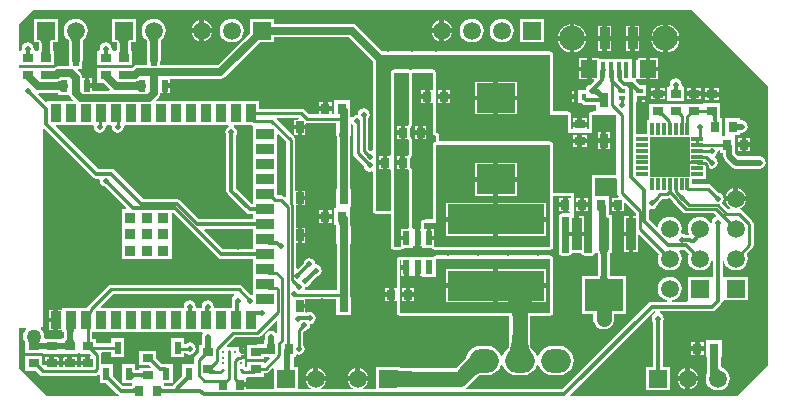
<source format=gtl>
G04*
G04 #@! TF.GenerationSoftware,Altium Limited,Altium Designer,21.4.1 (30)*
G04*
G04 Layer_Physical_Order=1*
G04 Layer_Color=255*
%FSLAX44Y44*%
%MOMM*%
G71*
G04*
G04 #@! TF.SameCoordinates,C0E257CA-E608-45CC-978B-2DEEB779FBD1*
G04*
G04*
G04 #@! TF.FilePolarity,Positive*
G04*
G01*
G75*
%ADD10C,0.2540*%
%ADD16R,0.9000X0.9000*%
%ADD17R,0.9000X1.5000*%
%ADD18R,1.5000X0.9000*%
%ADD19R,3.3000X2.5000*%
%ADD20R,0.8000X0.9000*%
%ADD21R,0.7500X1.2000*%
%ADD22R,0.6000X0.3500*%
%ADD23R,1.0000X0.3000*%
%ADD24R,0.3000X1.0000*%
%ADD25R,3.3500X3.3500*%
%ADD26R,0.9500X2.7500*%
%ADD27R,3.2500X2.7500*%
%ADD28R,0.6000X1.2000*%
%ADD29R,0.2750X0.2500*%
%ADD30R,0.2500X0.2750*%
%ADD31R,0.4500X1.3800*%
%ADD32R,1.4250X1.5500*%
%ADD33R,0.8750X1.9000*%
%ADD34R,0.6000X1.0500*%
%ADD35R,0.9000X0.7000*%
%ADD36R,0.7000X1.0000*%
%ADD37R,8.2000X2.6000*%
%ADD38R,0.7000X0.9000*%
%ADD39R,0.9000X0.8000*%
%ADD40R,0.3500X0.6000*%
%ADD69C,1.2700*%
%ADD70C,0.3048*%
%ADD71C,0.5080*%
%ADD72C,0.6350*%
%ADD73O,2.5000X2.0000*%
%ADD74C,1.5000*%
%ADD75R,1.5000X1.5000*%
%ADD76C,2.1450*%
%ADD77R,1.5000X1.5000*%
%ADD78C,0.5000*%
%ADD79C,1.2700*%
G36*
X375696Y908618D02*
X375343Y908156D01*
X375032Y907655D01*
X374762Y907117D01*
X374534Y906542D01*
X374347Y905930D01*
X374202Y905280D01*
X374098Y904592D01*
X374036Y903867D01*
X374015Y903105D01*
X367665D01*
X367644Y903867D01*
X367582Y904592D01*
X367478Y905280D01*
X367333Y905930D01*
X367146Y906542D01*
X366918Y907117D01*
X366648Y907655D01*
X366337Y908156D01*
X365984Y908618D01*
X365590Y909044D01*
X376090D01*
X375696Y908618D01*
D02*
G37*
G36*
X309656D02*
X309303Y908156D01*
X308992Y907655D01*
X308722Y907117D01*
X308494Y906542D01*
X308307Y905930D01*
X308162Y905280D01*
X308058Y904592D01*
X307996Y903867D01*
X307975Y903105D01*
X301625D01*
X301604Y903867D01*
X301542Y904592D01*
X301438Y905280D01*
X301293Y905930D01*
X301106Y906542D01*
X300878Y907117D01*
X300608Y907655D01*
X300297Y908156D01*
X299944Y908618D01*
X299550Y909044D01*
X310050D01*
X309656Y908618D01*
D02*
G37*
G36*
X285147Y906867D02*
X284607Y906676D01*
X284131Y906359D01*
X283718Y905915D01*
X283369Y905343D01*
X283083Y904644D01*
X282861Y903819D01*
X282702Y902867D01*
X282607Y901787D01*
X282580Y900771D01*
X282588Y900033D01*
X282782Y897176D01*
X282899Y896477D01*
X283041Y895906D01*
X283209Y895461D01*
X283403Y895144D01*
X283624Y894953D01*
X283869Y894890D01*
X274930D01*
X275176Y894953D01*
X275396Y895144D01*
X275591Y895461D01*
X275759Y895906D01*
X275901Y896477D01*
X276018Y897176D01*
X276108Y898001D01*
X276212Y900033D01*
X276220Y900771D01*
X276193Y901787D01*
X276098Y902867D01*
X275939Y903819D01*
X275717Y904644D01*
X275431Y905343D01*
X275082Y905915D01*
X274669Y906359D01*
X274193Y906676D01*
X273653Y906867D01*
X273050Y906930D01*
X285750D01*
X285147Y906867D01*
D02*
G37*
G36*
X358371Y862620D02*
X358307Y862991D01*
X358116Y863322D01*
X357799Y863615D01*
X357355Y863868D01*
X356783Y864083D01*
X356085Y864258D01*
X355259Y864395D01*
X354306Y864492D01*
X352020Y864570D01*
Y870920D01*
X353227Y870941D01*
X355259Y871113D01*
X356085Y871262D01*
X356783Y871455D01*
X357355Y871690D01*
X357799Y871968D01*
X358116Y872289D01*
X358307Y872653D01*
X358371Y873059D01*
Y862620D01*
D02*
G37*
G36*
X292330D02*
X292267Y862991D01*
X292076Y863322D01*
X291759Y863615D01*
X291315Y863868D01*
X290743Y864083D01*
X290044Y864258D01*
X289219Y864395D01*
X288267Y864492D01*
X285980Y864570D01*
Y870920D01*
X287187Y870941D01*
X289219Y871113D01*
X290044Y871262D01*
X290743Y871455D01*
X291315Y871690D01*
X291759Y871968D01*
X292076Y872289D01*
X292267Y872653D01*
X292330Y873059D01*
Y862620D01*
D02*
G37*
G36*
X779954Y866893D02*
X781045Y865974D01*
X781534Y865636D01*
X781984Y865380D01*
X782396Y865205D01*
X782770Y865112D01*
X783105Y865100D01*
X783402Y865169D01*
X783661Y865320D01*
X779351Y861880D01*
X779329Y862146D01*
X779264Y862429D01*
X779156Y862729D01*
X779006Y863047D01*
X778812Y863382D01*
X778575Y863735D01*
X778294Y864105D01*
X777605Y864897D01*
X777195Y865320D01*
X779351Y867475D01*
X779954Y866893D01*
D02*
G37*
G36*
X289760Y860050D02*
X299315D01*
X299417Y859542D01*
X300680Y857651D01*
X302698Y855633D01*
X302212Y854460D01*
X280720D01*
Y854460D01*
X279617Y854003D01*
X272972Y860648D01*
X273498Y861918D01*
X289760D01*
Y860050D01*
D02*
G37*
G36*
X838841Y843400D02*
X838815Y843641D01*
X838738Y843857D01*
X838610Y844048D01*
X838430Y844213D01*
X838198Y844352D01*
X837916Y844467D01*
X837581Y844556D01*
X837196Y844619D01*
X836759Y844657D01*
X836271Y844670D01*
Y847210D01*
X836759Y847223D01*
X837196Y847261D01*
X837581Y847324D01*
X837916Y847413D01*
X838198Y847527D01*
X838430Y847667D01*
X838610Y847832D01*
X838738Y848023D01*
X838815Y848239D01*
X838841Y848480D01*
Y843400D01*
D02*
G37*
G36*
X832505Y848239D02*
X832582Y848023D01*
X832710Y847832D01*
X832890Y847667D01*
X833122Y847527D01*
X833404Y847413D01*
X833739Y847324D01*
X834124Y847261D01*
X834561Y847223D01*
X835050Y847210D01*
Y844670D01*
X834561Y844657D01*
X834124Y844619D01*
X833739Y844556D01*
X833404Y844467D01*
X833122Y844352D01*
X832890Y844213D01*
X832710Y844048D01*
X832582Y843857D01*
X832505Y843641D01*
X832479Y843400D01*
Y848480D01*
X832505Y848239D01*
D02*
G37*
G36*
X801893Y846398D02*
X801870Y846120D01*
X801932Y845793D01*
X802078Y845418D01*
X802309Y844993D01*
X802623Y844520D01*
X803022Y843997D01*
X804072Y842806D01*
X804724Y842137D01*
X802594Y840674D01*
X802045Y841206D01*
X801074Y842036D01*
X800652Y842334D01*
X800271Y842556D01*
X799933Y842700D01*
X799637Y842766D01*
X799383Y842755D01*
X799172Y842667D01*
X799002Y842501D01*
X801999Y846627D01*
X801893Y846398D01*
D02*
G37*
G36*
X847647Y842445D02*
X847555Y842369D01*
X847474Y842242D01*
X847404Y842064D01*
X847345Y841835D01*
X847296Y841556D01*
X847259Y841226D01*
X847215Y840413D01*
X847212Y840070D01*
X847223Y839641D01*
X847261Y839204D01*
X847324Y838819D01*
X847413Y838484D01*
X847527Y838202D01*
X847667Y837970D01*
X847832Y837790D01*
X848023Y837662D01*
X848239Y837585D01*
X848480Y837559D01*
X843400D01*
X843641Y837585D01*
X843857Y837662D01*
X844048Y837790D01*
X844213Y837970D01*
X844352Y838202D01*
X844467Y838484D01*
X844556Y838819D01*
X844619Y839204D01*
X844657Y839641D01*
X844667Y840029D01*
X844657Y840413D01*
X844619Y840845D01*
X844556Y841226D01*
X844467Y841556D01*
X844352Y841835D01*
X844213Y842064D01*
X844048Y842242D01*
X843857Y842369D01*
X843641Y842445D01*
X843400Y842470D01*
X847749D01*
X847647Y842445D01*
D02*
G37*
G36*
X433987Y834349D02*
X434185Y833110D01*
X432761Y832159D01*
X431647Y830491D01*
X431256Y828525D01*
X431647Y826559D01*
X432251Y825655D01*
Y778900D01*
X432567Y777314D01*
X433465Y775970D01*
X449095Y760340D01*
X450439Y759442D01*
X452025Y759126D01*
X455320D01*
Y754714D01*
X409386D01*
X393670Y770430D01*
X392326Y771328D01*
X390740Y771644D01*
X361976D01*
X337675Y795945D01*
X336330Y796843D01*
X334745Y797159D01*
X323898D01*
X287850Y833207D01*
X288336Y834380D01*
X319231D01*
X320037Y833398D01*
X319981Y833120D01*
X320372Y831153D01*
X321486Y829486D01*
X323153Y828372D01*
X325120Y827981D01*
X327086Y828372D01*
X328754Y829486D01*
X329868Y831153D01*
X330259Y833120D01*
X330203Y833398D01*
X331009Y834380D01*
X334471D01*
X335277Y833398D01*
X335221Y833120D01*
X335612Y831153D01*
X336726Y829486D01*
X338394Y828372D01*
X340360Y827981D01*
X342327Y828372D01*
X343994Y829486D01*
X345108Y831153D01*
X345499Y833120D01*
X345443Y833398D01*
X346249Y834380D01*
X433974D01*
X433987Y834349D01*
D02*
G37*
G36*
X534994Y827607D02*
X534944Y827417D01*
X534899Y827099D01*
X534829Y826083D01*
X534755Y821320D01*
X528405D01*
X528111Y827671D01*
X535050D01*
X534994Y827607D01*
D02*
G37*
G36*
X832503Y821247D02*
X832541Y820815D01*
X832604Y820434D01*
X832693Y820104D01*
X832807Y819825D01*
X832947Y819596D01*
X833112Y819418D01*
X833303Y819291D01*
X833519Y819215D01*
X833760Y819190D01*
X828680D01*
X828921Y819215D01*
X829137Y819291D01*
X829328Y819418D01*
X829493Y819596D01*
X829632Y819825D01*
X829747Y820104D01*
X829836Y820434D01*
X829899Y820815D01*
X829937Y821247D01*
X829950Y821730D01*
X832490D01*
X832503Y821247D01*
D02*
G37*
G36*
X556210Y888429D02*
Y813529D01*
X554940Y812616D01*
X554163Y812771D01*
X552525Y814409D01*
Y840022D01*
X553388Y841313D01*
X553779Y843280D01*
X553388Y845247D01*
X552274Y846914D01*
X550606Y848028D01*
X548640Y848419D01*
X546674Y848028D01*
X545006Y846914D01*
X543892Y845247D01*
X543501Y843280D01*
X543308Y843087D01*
X541342Y842696D01*
X539675Y841582D01*
X539478Y841288D01*
X537786Y841042D01*
X537407Y841356D01*
Y846520D01*
X536963Y848750D01*
X536780Y849024D01*
Y855400D01*
X523700D01*
Y843465D01*
X521510D01*
Y846455D01*
X516240D01*
X510970D01*
Y843465D01*
X502374D01*
X498671Y847167D01*
X497411Y848009D01*
X495924Y848305D01*
X459900D01*
Y854460D01*
X373428D01*
X372942Y855633D01*
X374960Y857651D01*
X376223Y859542D01*
X376577Y861320D01*
X378435D01*
Y867840D01*
X380340D01*
Y869745D01*
X384610D01*
Y873588D01*
X427295D01*
X429525Y874032D01*
X431415Y875295D01*
X460481Y904360D01*
X472320D01*
Y908573D01*
X536066D01*
X556210Y888429D01*
D02*
G37*
G36*
X891361Y867554D02*
Y631046D01*
X865014Y604699D01*
X723979D01*
X723493Y605873D01*
X794196Y676576D01*
X795462D01*
X795593Y675308D01*
X793926Y674194D01*
X792812Y672526D01*
X792421Y670560D01*
X792812Y668594D01*
X793416Y667690D01*
Y629800D01*
X787520D01*
Y609720D01*
X807600D01*
Y629800D01*
X801704D01*
Y667690D01*
X802308Y668594D01*
X802699Y670560D01*
X802308Y672526D01*
X801194Y674194D01*
X799527Y675308D01*
X799658Y676576D01*
X843280D01*
X844866Y676892D01*
X846210Y677790D01*
X851290Y682870D01*
X852188Y684214D01*
X852450Y685533D01*
X853512Y685903D01*
X853676Y685920D01*
X853774Y685920D01*
X873640D01*
Y706000D01*
X853774D01*
X853560Y706000D01*
X852504Y706516D01*
Y718996D01*
X853774Y719079D01*
X853818Y718739D01*
X854830Y716297D01*
X856439Y714199D01*
X858537Y712590D01*
X860979Y711578D01*
X863600Y711233D01*
X866221Y711578D01*
X868663Y712590D01*
X870761Y714199D01*
X872370Y716297D01*
X873382Y718739D01*
X873727Y721360D01*
X873382Y723981D01*
X872893Y725160D01*
X877709Y729975D01*
X878551Y731236D01*
X878847Y732722D01*
Y750629D01*
X878551Y752115D01*
X877709Y753376D01*
X868888Y762196D01*
X867700Y762991D01*
X867627Y763382D01*
X867624Y764334D01*
X868023Y764499D01*
X869855Y765905D01*
X871261Y767737D01*
X872144Y769871D01*
X872195Y770255D01*
X863600D01*
X855005D01*
X855056Y769871D01*
X855939Y767737D01*
X857345Y765905D01*
X859041Y764604D01*
X859023Y764135D01*
X858683Y763334D01*
X857003D01*
X851977Y768360D01*
X851994Y768526D01*
X853108Y770193D01*
X853499Y772160D01*
X853108Y774127D01*
X851994Y775794D01*
X850327Y776908D01*
X848803Y777211D01*
X842777Y783237D01*
X841517Y784079D01*
X840030Y784375D01*
X826760D01*
Y788680D01*
X838760D01*
Y798221D01*
X840030Y798750D01*
X841313Y797892D01*
X843280Y797501D01*
X845247Y797892D01*
X846914Y799006D01*
X848028Y800674D01*
X848419Y802640D01*
X848028Y804606D01*
X846914Y806274D01*
X845859Y806978D01*
Y808462D01*
X846914Y809166D01*
X848028Y810834D01*
X848296Y812183D01*
X849474Y812978D01*
X849657Y813009D01*
X850060Y812865D01*
Y810840D01*
X852880D01*
Y808180D01*
X853275Y806198D01*
X854398Y804518D01*
X859938Y798978D01*
X861618Y797855D01*
X863600Y797460D01*
X883920D01*
X885902Y797855D01*
X887582Y798978D01*
X888705Y800658D01*
X889100Y802640D01*
X888705Y804622D01*
X887582Y806302D01*
X885902Y807425D01*
X883920Y807820D01*
X865745D01*
X863240Y810325D01*
Y816420D01*
X863140Y816920D01*
Y824810D01*
X863140Y824920D01*
X863406Y826080D01*
X866980D01*
Y827941D01*
X868680D01*
X870662Y828335D01*
X872343Y829457D01*
X873465Y831138D01*
X873859Y833120D01*
X873465Y835102D01*
X872343Y836783D01*
X870662Y837905D01*
X868680Y838299D01*
X866980D01*
Y840160D01*
X854900D01*
Y826190D01*
X854900Y826080D01*
X854634Y824920D01*
X852245D01*
X851980Y826080D01*
X851980D01*
Y840160D01*
X850320D01*
Y852980D01*
X836240D01*
Y852245D01*
X835080Y851980D01*
Y851980D01*
X821000D01*
Y851980D01*
X819840D01*
Y851980D01*
X805760D01*
X805760Y851980D01*
X804600D01*
Y851980D01*
X804490Y851980D01*
X790520D01*
Y839900D01*
X790520D01*
X790206Y838760D01*
X788680D01*
Y826760D01*
X779400D01*
Y854080D01*
X780415D01*
Y857100D01*
X782320D01*
Y859005D01*
X786590D01*
Y859310D01*
X787860D01*
Y867890D01*
X782640D01*
X778830Y871700D01*
X778881Y872137D01*
X779267Y872970D01*
X787505D01*
Y881990D01*
Y891010D01*
X781015D01*
Y889310D01*
X779445D01*
Y881140D01*
X775831D01*
Y889310D01*
X775830D01*
Y890580D01*
X748065D01*
Y891010D01*
X741575D01*
Y881990D01*
Y872970D01*
X743531D01*
X744017Y871797D01*
X740831Y868611D01*
X739698Y868385D01*
X738018Y867262D01*
X736895Y865582D01*
X736592Y864060D01*
X730480D01*
Y862790D01*
X730175D01*
Y858520D01*
Y854250D01*
X730480D01*
Y852980D01*
X733200D01*
X733910Y852270D01*
X735254Y851372D01*
X736840Y851056D01*
X745550D01*
Y846660D01*
X744607Y845870D01*
X741680D01*
X740689Y845673D01*
X739849Y845111D01*
X739287Y844271D01*
X739090Y843280D01*
Y830630D01*
X737290D01*
Y833135D01*
X725750D01*
Y830630D01*
X723950D01*
Y843280D01*
X723753Y844271D01*
X723191Y845111D01*
X722351Y845673D01*
X721360Y845870D01*
X708710D01*
Y878840D01*
Y894080D01*
X708513Y895071D01*
X707951Y895911D01*
X707111Y896473D01*
X706120Y896670D01*
X564451D01*
X542600Y918520D01*
X540710Y919783D01*
X538480Y920227D01*
X472320D01*
Y924440D01*
X452240D01*
Y912601D01*
X424881Y885242D01*
X376380D01*
Y888397D01*
X376667Y889840D01*
Y906216D01*
X378001Y907239D01*
X379610Y909337D01*
X380622Y911779D01*
X380967Y914400D01*
X380622Y917021D01*
X379610Y919463D01*
X378001Y921561D01*
X375903Y923170D01*
X373461Y924182D01*
X370840Y924527D01*
X368219Y924182D01*
X365777Y923170D01*
X363679Y921561D01*
X362070Y919463D01*
X361058Y917021D01*
X360713Y914400D01*
X361058Y911779D01*
X362070Y909337D01*
X363679Y907239D01*
X365013Y906216D01*
Y889840D01*
X365300Y888397D01*
Y885242D01*
X357346D01*
X355117Y884798D01*
X353226Y883535D01*
X352263Y882572D01*
X345765D01*
X345202Y882460D01*
X338400D01*
X338400Y882460D01*
X337240D01*
Y882460D01*
X337130Y882460D01*
X323160D01*
Y870380D01*
X327921D01*
X333789Y864512D01*
X333263Y863242D01*
X318570D01*
Y865935D01*
X314300D01*
Y867840D01*
X312395D01*
Y874360D01*
X310537D01*
X310183Y876138D01*
X308920Y878029D01*
X306072Y880877D01*
X306558Y882050D01*
X310340D01*
Y888397D01*
X310627Y889840D01*
Y906216D01*
X311961Y907239D01*
X313570Y909337D01*
X314582Y911779D01*
X314927Y914400D01*
X314582Y917021D01*
X313570Y919463D01*
X311961Y921561D01*
X309863Y923170D01*
X307421Y924182D01*
X304800Y924527D01*
X302179Y924182D01*
X299737Y923170D01*
X297639Y921561D01*
X296030Y919463D01*
X295018Y917021D01*
X294673Y914400D01*
X295018Y911779D01*
X296030Y909337D01*
X297639Y907239D01*
X298973Y906216D01*
Y889840D01*
X299260Y888397D01*
Y884092D01*
X290156D01*
X287927Y883648D01*
X286316Y882572D01*
X279725D01*
X279162Y882460D01*
X272360D01*
X272360Y882460D01*
X271200D01*
Y882460D01*
X271090Y882460D01*
X257120D01*
X256719Y883564D01*
Y884276D01*
X257120Y885380D01*
X257989Y885380D01*
X271090D01*
X271200Y885380D01*
X272360D01*
X272470Y885380D01*
X286440D01*
Y897460D01*
X285227D01*
Y904360D01*
X289440D01*
Y924440D01*
X269360D01*
Y904360D01*
X273573D01*
Y897863D01*
X272360Y897460D01*
X271200D01*
X271090Y897460D01*
X269961D01*
X269156Y898442D01*
X269299Y899160D01*
X268908Y901126D01*
X267794Y902794D01*
X266126Y903908D01*
X264160Y904299D01*
X262194Y903908D01*
X260526Y902794D01*
X259412Y901126D01*
X259021Y899160D01*
X259164Y898442D01*
X258358Y897460D01*
X257120Y897460D01*
X256719Y898564D01*
Y919624D01*
X269096Y932001D01*
X826914D01*
X891361Y867554D01*
D02*
G37*
G36*
X535050Y777609D02*
X528111D01*
X528166Y777673D01*
X528217Y777863D01*
X528261Y778181D01*
X528331Y779197D01*
X528405Y783960D01*
X534755D01*
X535050Y777609D01*
D02*
G37*
G36*
X482974Y820287D02*
Y773860D01*
X481800Y773374D01*
X481387Y773787D01*
X480127Y774629D01*
X478640Y774925D01*
X475400D01*
Y781630D01*
Y794330D01*
Y807030D01*
Y819730D01*
Y826201D01*
X476573Y826687D01*
X482974Y820287D01*
D02*
G37*
G36*
X455320Y833810D02*
Y819730D01*
Y807030D01*
Y794330D01*
Y781630D01*
Y767414D01*
X453741D01*
X440539Y780616D01*
Y825655D01*
X441143Y826559D01*
X441534Y828525D01*
X441143Y830491D01*
X440029Y832159D01*
X438605Y833110D01*
X438803Y834349D01*
X438816Y834380D01*
X454286D01*
X455320Y833810D01*
D02*
G37*
G36*
X493835Y840180D02*
X493184Y838910D01*
X489810D01*
Y834545D01*
X494580D01*
X499350D01*
Y834976D01*
X500332Y835781D01*
X500765Y835695D01*
X525540D01*
Y825100D01*
X525753D01*
Y780180D01*
X525540D01*
Y765100D01*
X525540D01*
X525226Y763960D01*
X523700D01*
Y749880D01*
X525226D01*
X525540Y748740D01*
X525540Y748740D01*
X525540D01*
X525540Y748740D01*
Y733660D01*
X525753D01*
Y694765D01*
X499453D01*
X498549Y695947D01*
X498839Y697184D01*
X499076Y697137D01*
X501042Y697528D01*
X502710Y698642D01*
X503823Y700309D01*
X504035Y701376D01*
X508900Y706240D01*
X509967Y706452D01*
X511634Y707566D01*
X512748Y709233D01*
X513139Y711200D01*
X512748Y713167D01*
X511634Y714834D01*
X509967Y715948D01*
X508000Y716339D01*
X507604Y717555D01*
X507416Y718498D01*
X506302Y720165D01*
X504635Y721279D01*
X502668Y721670D01*
X500702Y721279D01*
X499035Y720165D01*
X497921Y718498D01*
X497709Y717432D01*
X492857Y712580D01*
X491684Y713066D01*
Y734930D01*
X492675D01*
Y741200D01*
Y747470D01*
X491684D01*
Y766296D01*
X491744Y766370D01*
X492675D01*
Y772640D01*
Y778910D01*
X490743D01*
Y821896D01*
X490447Y823383D01*
X489605Y824643D01*
X474886Y839362D01*
X475372Y840535D01*
X493580D01*
X493835Y840180D01*
D02*
G37*
G36*
X810244Y770078D02*
X810401Y769289D01*
X811243Y768029D01*
X818514Y760758D01*
X819774Y759916D01*
X821261Y759620D01*
X845246D01*
X847013Y757853D01*
X846645Y756638D01*
X846394Y756588D01*
X844726Y755474D01*
X843612Y753807D01*
X843233Y751899D01*
X843152Y751845D01*
X841943Y751695D01*
X841890Y751823D01*
X840281Y753921D01*
X838183Y755530D01*
X835741Y756542D01*
X833120Y756887D01*
X830499Y756542D01*
X828057Y755530D01*
X825959Y753921D01*
X824350Y751823D01*
X823338Y749381D01*
X822993Y746760D01*
X823338Y744139D01*
X824020Y742493D01*
X823172Y741223D01*
X821309D01*
X819846Y742200D01*
X818208Y742526D01*
X817309Y743674D01*
X817502Y744139D01*
X817847Y746760D01*
X817502Y749381D01*
X816490Y751823D01*
X814881Y753921D01*
X812783Y755530D01*
X810341Y756542D01*
X807720Y756887D01*
X805099Y756542D01*
X802657Y755530D01*
X800559Y753921D01*
X798950Y751823D01*
X797938Y749381D01*
X797827Y748534D01*
X796624Y748125D01*
X790306Y754444D01*
Y762269D01*
X791576Y763311D01*
X792480Y763131D01*
X794446Y763522D01*
X796114Y764636D01*
X797228Y766303D01*
X797531Y767827D01*
X800232Y770528D01*
X801074Y771788D01*
X801129Y772065D01*
X805574D01*
X807061Y772361D01*
X807600Y772721D01*
X810244Y770078D01*
D02*
G37*
G36*
X753800Y762560D02*
X753720Y762407D01*
X753650Y762153D01*
X753589Y761798D01*
X753537Y761340D01*
X753465Y759887D01*
X753522Y759242D01*
X753649Y758477D01*
X753826Y757813D01*
X754055Y757251D01*
X754334Y756791D01*
X754665Y756433D01*
X755046Y756176D01*
X755477Y756022D01*
X755960Y755969D01*
X747121Y756000D01*
X747352Y756050D01*
X747560Y756203D01*
X747742Y756457D01*
X747901Y756812D01*
X748035Y757270D01*
X748145Y757828D01*
X748230Y758489D01*
X748267Y759093D01*
X748244Y759359D01*
X748125Y760121D01*
X747958Y760782D01*
X747743Y761340D01*
X747480Y761798D01*
X747169Y762153D01*
X746811Y762407D01*
X746404Y762560D01*
X745950Y762610D01*
X753889D01*
X753800Y762560D01*
D02*
G37*
G36*
X535050Y746170D02*
X534754D01*
X534755Y746100D01*
X528405D01*
X528404Y746170D01*
X528111D01*
X528166Y746233D01*
X528217Y746423D01*
X528261Y746741D01*
X528331Y747757D01*
X528334Y747903D01*
X528213Y749339D01*
X528064Y750164D01*
X527871Y750863D01*
X527637Y751434D01*
X527359Y751879D01*
X527039Y752197D01*
X526676Y752387D01*
X526270Y752450D01*
X528404D01*
X528405Y752520D01*
X534755D01*
X535050Y746170D01*
D02*
G37*
G36*
X706120Y873760D02*
Y843280D01*
X721360D01*
Y828040D01*
X741680D01*
Y843280D01*
X761586D01*
X762000Y842866D01*
Y792480D01*
X741680D01*
Y726440D01*
X735790D01*
X734860Y727260D01*
Y740375D01*
X728840D01*
X722820D01*
Y727260D01*
X721890Y726440D01*
X716280D01*
Y756920D01*
X722820D01*
Y744185D01*
X726935D01*
Y757300D01*
X726440D01*
Y777240D01*
X708710D01*
Y817880D01*
X708513Y818871D01*
X707951Y819711D01*
X707111Y820273D01*
X706120Y820470D01*
X612190D01*
Y825450D01*
X612140Y825700D01*
Y825956D01*
X612042Y826191D01*
X611993Y826441D01*
X611851Y826653D01*
X611753Y826889D01*
X611573Y827069D01*
X611431Y827281D01*
X611219Y827423D01*
X611039Y827604D01*
X610803Y827701D01*
X610591Y827843D01*
X610341Y827893D01*
X610105Y827990D01*
X609855Y828040D01*
X609600D01*
Y828295D01*
Y843280D01*
Y873760D01*
Y878840D01*
X609403Y879831D01*
X608842Y880671D01*
X608001Y881233D01*
X607010Y881430D01*
X589280D01*
X588289Y881233D01*
X587985Y881030D01*
X587681Y881233D01*
X586690Y881430D01*
X574040D01*
X573049Y881233D01*
X572209Y880671D01*
X571647Y879831D01*
X571450Y878840D01*
Y809622D01*
X571310Y808410D01*
X570180Y808410D01*
X568445D01*
Y802640D01*
Y796870D01*
X571310D01*
X571450Y795658D01*
Y762000D01*
X558800D01*
Y894080D01*
X706120D01*
Y873760D01*
D02*
G37*
G36*
Y731520D02*
X609338D01*
X608130Y731670D01*
Y737035D01*
X603860D01*
Y738940D01*
X601955D01*
Y746210D01*
X599900D01*
Y747480D01*
X599440D01*
Y751840D01*
X609600D01*
Y817880D01*
X706120D01*
Y731520D01*
D02*
G37*
G36*
X586690Y835022D02*
X586550Y833810D01*
X585420Y833810D01*
X583685D01*
Y828040D01*
Y822270D01*
X586550D01*
X586690Y821058D01*
Y809522D01*
X586310Y808410D01*
X585420Y808410D01*
X583445D01*
Y802640D01*
Y796870D01*
X586310D01*
X586690Y795758D01*
Y747480D01*
X585663Y746210D01*
X580590D01*
Y740845D01*
X584860D01*
Y737035D01*
X580590D01*
Y731670D01*
X579382Y731520D01*
X574040D01*
Y878840D01*
X586690D01*
Y835022D01*
D02*
G37*
G36*
X455320Y743530D02*
Y729314D01*
X429706D01*
X413767Y745253D01*
X414253Y746426D01*
X455320D01*
Y743530D01*
D02*
G37*
G36*
X607010Y878585D02*
Y873760D01*
Y864290D01*
X604505D01*
Y858520D01*
Y852750D01*
X607010D01*
Y828040D01*
X607207Y827049D01*
X607769Y826209D01*
X608609Y825647D01*
X609600Y825450D01*
Y820470D01*
X608609Y820273D01*
X607769Y819711D01*
X607207Y818871D01*
X607010Y817880D01*
Y754430D01*
X599440D01*
X598449Y754233D01*
X597609Y753671D01*
X597047Y752831D01*
X596850Y751840D01*
Y747480D01*
X596265Y746757D01*
Y740375D01*
Y738940D01*
Y731670D01*
X598320D01*
Y730400D01*
X605924D01*
X605931Y730389D01*
X606087Y730079D01*
X606209Y729973D01*
X606299Y729839D01*
X606588Y729645D01*
X606852Y729418D01*
X607005Y729367D01*
X607139Y729277D01*
X607480Y729210D01*
X607811Y729100D01*
X609019Y728950D01*
X609180Y728962D01*
X609338Y728930D01*
X706120D01*
X707111Y729127D01*
X707951Y729689D01*
X708513Y730529D01*
X708710Y731520D01*
Y774650D01*
X723850D01*
Y772850D01*
X721345D01*
Y767080D01*
Y761310D01*
X722774D01*
X723042Y760688D01*
X722183Y759510D01*
X716280D01*
X715289Y759313D01*
X714449Y758751D01*
X713887Y757911D01*
X713690Y756920D01*
Y726440D01*
X713887Y725449D01*
X714449Y724609D01*
X715289Y724047D01*
X716280Y723850D01*
X721890D01*
X722307Y723933D01*
X722728Y723990D01*
X722800Y724031D01*
X722881Y724047D01*
X723234Y724284D01*
X723602Y724497D01*
X724532Y725317D01*
X724583Y725383D01*
X724651Y725429D01*
X724887Y725782D01*
X725046Y725990D01*
X732634D01*
X732793Y725782D01*
X733029Y725429D01*
X733098Y725383D01*
X733148Y725317D01*
X734078Y724497D01*
X734446Y724284D01*
X734799Y724047D01*
X734880Y724031D01*
X734952Y723990D01*
X735373Y723933D01*
X735790Y723850D01*
X741680D01*
X742671Y724047D01*
X743511Y724609D01*
X743795Y725033D01*
X744550Y725990D01*
X746661D01*
Y706570D01*
X733050D01*
Y673990D01*
X742873D01*
Y670560D01*
X743179Y668239D01*
X744075Y666077D01*
X745500Y664220D01*
X747357Y662795D01*
X749519Y661899D01*
X751840Y661593D01*
X754161Y661899D01*
X756323Y662795D01*
X758180Y664220D01*
X759605Y666077D01*
X760501Y668239D01*
X760807Y670560D01*
Y673990D01*
X770630D01*
Y706570D01*
X757020D01*
Y725990D01*
X759130D01*
Y758570D01*
X756059D01*
Y760040D01*
X756460D01*
Y774120D01*
X744270D01*
Y789890D01*
X762000D01*
X763195Y788833D01*
Y777240D01*
X763491Y775753D01*
X764333Y774493D01*
X764803Y774023D01*
X764317Y772850D01*
X758650D01*
Y768985D01*
X763920D01*
Y767080D01*
X765825D01*
Y761310D01*
X769190D01*
Y767977D01*
X770363Y768463D01*
X778975Y759851D01*
Y757300D01*
X776745D01*
Y742280D01*
Y727260D01*
X780860D01*
Y741067D01*
X782033Y741553D01*
X798427Y725160D01*
X797938Y723981D01*
X797593Y721360D01*
X797938Y718739D01*
X798950Y716297D01*
X800559Y714199D01*
X802657Y712590D01*
X805099Y711578D01*
X807720Y711233D01*
X810341Y711578D01*
X812783Y712590D01*
X814881Y714199D01*
X816490Y716297D01*
X817502Y718739D01*
X817847Y721360D01*
X817502Y723981D01*
X816490Y726423D01*
X815659Y727507D01*
X816285Y728777D01*
X819843D01*
X823719Y724901D01*
X823338Y723981D01*
X822993Y721360D01*
X823338Y718739D01*
X824350Y716297D01*
X825959Y714199D01*
X828057Y712590D01*
X830499Y711578D01*
X833120Y711233D01*
X835741Y711578D01*
X838183Y712590D01*
X840281Y714199D01*
X841890Y716297D01*
X842902Y718739D01*
X842946Y719079D01*
X844216Y718996D01*
Y706516D01*
X843160Y706000D01*
X823080D01*
Y685920D01*
X822564Y684864D01*
X810084D01*
X810001Y686134D01*
X810341Y686178D01*
X812783Y687190D01*
X814881Y688799D01*
X816490Y690897D01*
X817502Y693339D01*
X817847Y695960D01*
X817502Y698581D01*
X816490Y701023D01*
X814881Y703121D01*
X812783Y704730D01*
X810341Y705742D01*
X807720Y706087D01*
X805099Y705742D01*
X802657Y704730D01*
X800559Y703121D01*
X798950Y701023D01*
X797938Y698581D01*
X797593Y695960D01*
X797938Y693339D01*
X798950Y690897D01*
X800559Y688799D01*
X802657Y687190D01*
X805099Y686178D01*
X805439Y686134D01*
X805356Y684864D01*
X792480D01*
X790894Y684548D01*
X789550Y683650D01*
X716700Y610800D01*
X635910D01*
X635103Y611929D01*
X635106Y612070D01*
X636865Y613420D01*
X646023Y622578D01*
X647740Y622352D01*
X652740D01*
X656014Y622783D01*
X659064Y624046D01*
X661684Y626056D01*
X663694Y628676D01*
X664828Y631414D01*
X664841Y631418D01*
X666119D01*
X666132Y631414D01*
X667266Y628676D01*
X669276Y626056D01*
X671896Y624046D01*
X674946Y622783D01*
X678220Y622352D01*
X683220D01*
X686494Y622783D01*
X689544Y624046D01*
X692164Y626056D01*
X694174Y628676D01*
X695308Y631414D01*
X695321Y631418D01*
X696599D01*
X696612Y631414D01*
X697746Y628676D01*
X699756Y626056D01*
X702376Y624046D01*
X705426Y622783D01*
X708700Y622352D01*
X713700D01*
X716974Y622783D01*
X720024Y624046D01*
X722644Y626056D01*
X724654Y628676D01*
X725917Y631726D01*
X726348Y635000D01*
X725917Y638274D01*
X724654Y641324D01*
X722644Y643944D01*
X720024Y645954D01*
X716974Y647217D01*
X713700Y647648D01*
X708700D01*
X705426Y647217D01*
X702376Y645954D01*
X699756Y643944D01*
X697746Y641324D01*
X696612Y638586D01*
X696599Y638582D01*
X695321D01*
X695308Y638586D01*
X694174Y641324D01*
X692164Y643944D01*
X689687Y645844D01*
Y673050D01*
X706120D01*
X707111Y673247D01*
X707951Y673809D01*
X708513Y674649D01*
X708710Y675640D01*
Y721360D01*
X708513Y722351D01*
X707951Y723191D01*
X707111Y723753D01*
X706120Y723950D01*
X609600D01*
X608609Y723753D01*
X607769Y723191D01*
X607294Y722480D01*
X581051D01*
X580757Y722596D01*
X580299Y722780D01*
X579799Y722874D01*
X579664Y722873D01*
X579534Y722910D01*
X579162Y722867D01*
X578788Y722863D01*
X578664Y722811D01*
X578530Y722795D01*
X578203Y722614D01*
X577859Y722467D01*
X577765Y722371D01*
X577646Y722305D01*
X577447Y722136D01*
X577379Y722051D01*
X577289Y721991D01*
X577066Y721658D01*
X576818Y721345D01*
X576788Y721241D01*
X576727Y721151D01*
X576649Y720758D01*
X576539Y720374D01*
X576551Y720266D01*
X576530Y720160D01*
Y696650D01*
X574025D01*
Y690880D01*
Y685110D01*
X576530D01*
Y675640D01*
X576727Y674649D01*
X577289Y673809D01*
X578129Y673247D01*
X579120Y673050D01*
X671753D01*
Y645844D01*
X669276Y643944D01*
X667266Y641324D01*
X666132Y638586D01*
X666119Y638582D01*
X664841D01*
X664828Y638586D01*
X663694Y641324D01*
X661684Y643944D01*
X659064Y645954D01*
X656014Y647217D01*
X652740Y647648D01*
X647740D01*
X644466Y647217D01*
X641416Y645954D01*
X638796Y643944D01*
X636786Y641324D01*
X635523Y638274D01*
X635396Y637313D01*
X626810Y628727D01*
X579000D01*
Y629800D01*
X558920D01*
Y610800D01*
X548163D01*
X547911Y612070D01*
X547983Y612099D01*
X549815Y613505D01*
X551221Y615337D01*
X552104Y617471D01*
X552155Y617855D01*
X543560D01*
X534965D01*
X535016Y617471D01*
X535899Y615337D01*
X537305Y613505D01*
X539137Y612099D01*
X539209Y612070D01*
X538956Y610800D01*
X512603D01*
X512351Y612070D01*
X512423Y612099D01*
X514255Y613505D01*
X515661Y615337D01*
X516544Y617471D01*
X516595Y617855D01*
X499405D01*
X499456Y617471D01*
X500339Y615337D01*
X501745Y613505D01*
X503577Y612099D01*
X503649Y612070D01*
X503396Y610800D01*
X492640D01*
Y629800D01*
X489240D01*
Y638120D01*
X491060D01*
Y639358D01*
X492330Y640266D01*
X493560Y640021D01*
X495527Y640412D01*
X497194Y641526D01*
X498308Y643194D01*
X498699Y645160D01*
X498308Y647126D01*
X497445Y648418D01*
Y659088D01*
X498535Y660178D01*
X500058Y660481D01*
X501725Y661595D01*
X502839Y663262D01*
X503230Y665228D01*
X503088Y665946D01*
X504887Y666304D01*
X506554Y667418D01*
X507668Y669085D01*
X508059Y671052D01*
X507668Y673018D01*
X506554Y674685D01*
X504887Y675799D01*
X502920Y676190D01*
X500953Y675799D01*
X500620Y675576D01*
X499350Y676255D01*
Y679295D01*
X494580D01*
Y683105D01*
X499350D01*
Y686995D01*
X525540D01*
Y673660D01*
X537620D01*
Y688740D01*
X537407D01*
Y690880D01*
Y733660D01*
X537620D01*
Y748740D01*
X537407D01*
Y755080D01*
X536963Y757310D01*
X536780Y757584D01*
Y763960D01*
X536780D01*
X537094Y765100D01*
X537620D01*
Y780180D01*
X537407D01*
Y825100D01*
X537620D01*
Y835104D01*
X538890Y835489D01*
X539675Y834315D01*
X539675Y834314D01*
Y810340D01*
X539971Y808853D01*
X540813Y807593D01*
X548669Y799737D01*
X548972Y798214D01*
X550086Y796546D01*
X551754Y795432D01*
X553720Y795041D01*
X554940Y795284D01*
X556210Y794371D01*
Y762000D01*
X556407Y761009D01*
X556969Y760169D01*
X557809Y759607D01*
X558800Y759410D01*
X571450D01*
Y731520D01*
X571647Y730529D01*
X572209Y729689D01*
X573049Y729127D01*
X574040Y728930D01*
X579382D01*
X579540Y728962D01*
X579701Y728950D01*
X580909Y729100D01*
X581240Y729210D01*
X581581Y729277D01*
X581715Y729367D01*
X581868Y729418D01*
X582132Y729645D01*
X582421Y729839D01*
X582511Y729973D01*
X582633Y730079D01*
X582789Y730389D01*
X582796Y730400D01*
X590400D01*
Y731670D01*
X592455D01*
Y738940D01*
Y746210D01*
X590400D01*
Y747480D01*
X589280D01*
Y747480D01*
Y795758D01*
X589197Y796174D01*
X589141Y796595D01*
X588760Y797708D01*
X588719Y797779D01*
X588703Y797861D01*
X588467Y798214D01*
X588253Y798582D01*
X588187Y798632D01*
X588141Y798701D01*
X587788Y798937D01*
X587580Y799096D01*
Y806184D01*
X587788Y806343D01*
X588141Y806579D01*
X588187Y806648D01*
X588253Y806698D01*
X588467Y807066D01*
X588703Y807419D01*
X588719Y807500D01*
X588760Y807572D01*
X589141Y808685D01*
X589197Y809106D01*
X589280Y809522D01*
Y821058D01*
X589251Y821206D01*
X589263Y821356D01*
X589123Y822568D01*
X589013Y822909D01*
X588943Y823261D01*
X588859Y823386D01*
X588813Y823530D01*
X588580Y823803D01*
X588381Y824101D01*
X588256Y824185D01*
X588158Y824300D01*
X587839Y824463D01*
X587820Y824476D01*
Y831604D01*
X587839Y831617D01*
X588158Y831780D01*
X588256Y831895D01*
X588381Y831979D01*
X588581Y832277D01*
X588813Y832550D01*
X588859Y832694D01*
X588943Y832819D01*
X589013Y833171D01*
X589123Y833512D01*
X589263Y834724D01*
X589251Y834874D01*
X589280Y835022D01*
Y878789D01*
Y878840D01*
X607010D01*
Y878585D01*
D02*
G37*
G36*
X756145Y728510D02*
X755775Y728357D01*
X755448Y728103D01*
X755165Y727748D01*
X754925Y727290D01*
X754729Y726732D01*
X754576Y726071D01*
X754467Y725309D01*
X754402Y724446D01*
X754380Y723481D01*
X749300D01*
X749278Y724446D01*
X749213Y725309D01*
X749104Y726071D01*
X748951Y726732D01*
X748755Y727290D01*
X748515Y727748D01*
X748232Y728103D01*
X747905Y728357D01*
X747535Y728510D01*
X747121Y728560D01*
X756560D01*
X756145Y728510D01*
D02*
G37*
G36*
X706120Y675640D02*
X687173D01*
X687133Y675189D01*
X687070Y672770D01*
X674370D01*
X674306Y675189D01*
X674267Y675640D01*
X579120D01*
Y720160D01*
X579320Y720329D01*
X579820Y720235D01*
X580590Y719740D01*
Y715845D01*
X584860D01*
Y713940D01*
X586765D01*
Y706670D01*
X588820D01*
X589130Y706670D01*
X590090D01*
X590400Y706670D01*
X592455D01*
Y713940D01*
X596265D01*
Y706670D01*
X598320D01*
Y705400D01*
X609400D01*
Y706120D01*
X609600D01*
Y721360D01*
X706120D01*
Y675640D01*
D02*
G37*
G36*
X754405Y708109D02*
X754482Y707240D01*
X754609Y706473D01*
X754786Y705809D01*
X755015Y705247D01*
X755294Y704787D01*
X755625Y704429D01*
X756006Y704173D01*
X756437Y704020D01*
X756920Y703969D01*
X746760D01*
X747243Y704020D01*
X747674Y704173D01*
X748055Y704429D01*
X748386Y704787D01*
X748665Y705247D01*
X748894Y705809D01*
X749071Y706473D01*
X749198Y707240D01*
X749275Y708109D01*
X749300Y709080D01*
X754380D01*
X754405Y708109D01*
D02*
G37*
G36*
X319251Y790085D02*
X320595Y789187D01*
X322181Y788872D01*
X324353D01*
X325159Y787890D01*
X325061Y787400D01*
X325452Y785434D01*
X326566Y783766D01*
X328233Y782652D01*
X329300Y782440D01*
X347607Y764133D01*
X347121Y762960D01*
X343920D01*
Y748880D01*
Y734880D01*
Y720880D01*
X386000D01*
Y734880D01*
Y748880D01*
Y759800D01*
X387500D01*
X425060Y722240D01*
X426404Y721342D01*
X427990Y721026D01*
X455320D01*
Y705430D01*
Y691234D01*
X454278Y690520D01*
X454050Y690555D01*
X452563Y690851D01*
X445509Y697905D01*
X444249Y698747D01*
X442762Y699043D01*
X334973D01*
X333487Y698747D01*
X332227Y697905D01*
X315343Y681021D01*
X314501Y679761D01*
X314441Y679460D01*
X293420D01*
Y678190D01*
X289665D01*
Y669420D01*
Y660650D01*
X293420D01*
Y659380D01*
X294911D01*
Y656975D01*
X294581Y655320D01*
X294667Y654890D01*
X293841Y653884D01*
X292680Y653620D01*
X291520D01*
Y653620D01*
X278946D01*
X278109Y654575D01*
X278207Y655320D01*
X277901Y657641D01*
X277005Y659803D01*
X275580Y661660D01*
X275522Y661705D01*
X275475Y662075D01*
X275683Y663183D01*
X276243Y663557D01*
X276832Y664439D01*
X277039Y665480D01*
Y830638D01*
X278213Y831124D01*
X319251Y790085D01*
D02*
G37*
G36*
X439179Y690003D02*
X438326Y689434D01*
X437212Y687766D01*
X436821Y685800D01*
X437212Y683833D01*
X437443Y683489D01*
Y679460D01*
X422449D01*
X421643Y680442D01*
X421699Y680720D01*
X421308Y682686D01*
X420194Y684354D01*
X418526Y685468D01*
X416560Y685859D01*
X414594Y685468D01*
X412926Y684354D01*
X411812Y682686D01*
X411421Y680720D01*
X411477Y680442D01*
X410671Y679460D01*
X407209D01*
X406403Y680442D01*
X406459Y680720D01*
X406068Y682686D01*
X404954Y684354D01*
X403287Y685468D01*
X401320Y685859D01*
X399353Y685468D01*
X397686Y684354D01*
X396572Y682686D01*
X396181Y680720D01*
X396237Y680442D01*
X395431Y679460D01*
X326429D01*
X325943Y680633D01*
X336583Y691273D01*
X438794D01*
X439179Y690003D01*
D02*
G37*
G36*
X475293Y668076D02*
Y658632D01*
X474023Y658246D01*
X473694Y658739D01*
X472014Y659862D01*
X470031Y660256D01*
X468049Y659862D01*
X466369Y658739D01*
X465246Y657059D01*
X464852Y655077D01*
Y652200D01*
X463980D01*
Y648640D01*
X458160D01*
X458160Y648640D01*
X457659Y648540D01*
X450160D01*
Y636460D01*
X464240D01*
Y638120D01*
X468451D01*
X468937Y636947D01*
X465153Y633162D01*
X464240Y633540D01*
Y633540D01*
X450160D01*
Y629155D01*
X448425D01*
Y636290D01*
X447155D01*
Y636290D01*
X444510D01*
Y639405D01*
X447155D01*
Y640020D01*
X446900D01*
Y640725D01*
X444380D01*
Y642630D01*
X443171D01*
Y645275D01*
X443170D01*
Y646545D01*
X433199D01*
X432713Y647718D01*
X439760Y654765D01*
X458714D01*
X460201Y655061D01*
X461461Y655903D01*
X474120Y668562D01*
X475293Y668076D01*
D02*
G37*
G36*
X304493Y661900D02*
X304102Y661747D01*
X303757Y661493D01*
X303458Y661138D01*
X303205Y660680D01*
X302998Y660122D01*
X302837Y659461D01*
X302722Y658699D01*
X302653Y657836D01*
X302630Y656870D01*
X297550D01*
X297534Y657836D01*
X297410Y659461D01*
X297300Y660122D01*
X297160Y660680D01*
X296989Y661138D01*
X296786Y661493D01*
X296552Y661747D01*
X296287Y661900D01*
X295991Y661951D01*
X304930D01*
X304493Y661900D01*
D02*
G37*
G36*
X302646Y655164D02*
X302770Y653539D01*
X302880Y652878D01*
X303020Y652319D01*
X303191Y651862D01*
X303394Y651507D01*
X303628Y651253D01*
X303893Y651100D01*
X304189Y651049D01*
X295250D01*
X295687Y651100D01*
X296078Y651253D01*
X296423Y651507D01*
X296722Y651862D01*
X296975Y652319D01*
X297182Y652878D01*
X297343Y653539D01*
X297458Y654301D01*
X297527Y655164D01*
X297550Y656130D01*
X302630D01*
X302646Y655164D01*
D02*
G37*
G36*
X687115Y654817D02*
X687473Y650885D01*
X687787Y649083D01*
X688190Y647390D01*
X688683Y645807D01*
X689265Y644332D01*
X689937Y642967D01*
X690698Y641712D01*
X691550Y640566D01*
X669891D01*
X670742Y641712D01*
X671503Y642967D01*
X672175Y644332D01*
X672757Y645807D01*
X673250Y647390D01*
X673653Y649083D01*
X673967Y650885D01*
X674191Y652796D01*
X674370Y656946D01*
X687070D01*
X687115Y654817D01*
D02*
G37*
G36*
X370030Y638027D02*
X369947Y637749D01*
X369949Y637427D01*
X370039Y637061D01*
X370214Y636652D01*
X370476Y636199D01*
X370824Y635703D01*
X371258Y635162D01*
X372385Y633951D01*
X370229Y631795D01*
X369602Y632402D01*
X368477Y633356D01*
X367981Y633704D01*
X367528Y633966D01*
X367119Y634141D01*
X366753Y634230D01*
X366431Y634234D01*
X366153Y634150D01*
X365919Y633981D01*
X370199Y638261D01*
X370030Y638027D01*
D02*
G37*
G36*
X262769Y661491D02*
X261475Y659803D01*
X260579Y657641D01*
X260273Y655320D01*
X260579Y652999D01*
X261475Y650837D01*
X262200Y649891D01*
Y641540D01*
X276280D01*
Y641540D01*
X277440Y641274D01*
Y640540D01*
X291520D01*
Y640540D01*
X292680D01*
Y640540D01*
X306760D01*
Y640540D01*
X307920Y640540D01*
Y640540D01*
X316506D01*
X317523Y639523D01*
X317037Y638350D01*
X316865D01*
Y633080D01*
X314960D01*
Y631175D01*
X309190D01*
Y629695D01*
X305490D01*
Y631175D01*
X299720D01*
X293950D01*
Y629695D01*
X290250D01*
Y631175D01*
X284480D01*
X278167D01*
X277440Y630874D01*
X276280Y632034D01*
Y638620D01*
X262200D01*
Y626540D01*
X270786D01*
X274263Y623063D01*
X275523Y622221D01*
X277010Y621925D01*
X320815D01*
X322301Y622221D01*
X323561Y623063D01*
X324147Y623648D01*
X325320Y623162D01*
Y616210D01*
X330540D01*
X340080Y606670D01*
X341129Y605969D01*
X340802Y604699D01*
X280526D01*
X256719Y628506D01*
Y662761D01*
X262459D01*
X262769Y661491D01*
D02*
G37*
G36*
X378690Y629220D02*
X378721Y625490D01*
X378697Y625625D01*
X378628Y625746D01*
X378515Y625853D01*
X378355Y625946D01*
X378151Y626024D01*
X377902Y626088D01*
X377608Y626138D01*
X377268Y626174D01*
X376454Y626202D01*
Y629250D01*
X378690Y629220D01*
D02*
G37*
G36*
X653810Y625118D02*
X652784Y625792D01*
X651592Y626121D01*
X650237Y626108D01*
X648717Y625751D01*
X647032Y625050D01*
X645183Y624007D01*
X643169Y622619D01*
X640991Y620888D01*
X638648Y618814D01*
X636141Y616396D01*
X628844Y627060D01*
X630509Y628746D01*
X637227Y636488D01*
X637802Y637383D01*
X638221Y638165D01*
X638485Y638834D01*
X653810Y625118D01*
D02*
G37*
G36*
X452730Y624030D02*
X452705Y624025D01*
X452629Y624020D01*
X451486Y624003D01*
X450191Y624000D01*
Y626540D01*
X450677Y626553D01*
X451113Y626591D01*
X451497Y626654D01*
X451831Y626743D01*
X452113Y626857D01*
X452345Y626997D01*
X452525Y627162D01*
X452655Y627353D01*
X452733Y627569D01*
X452761Y627810D01*
X452730Y624030D01*
D02*
G37*
G36*
X421027Y627569D02*
X421105Y627353D01*
X421235Y627162D01*
X421415Y626997D01*
X421647Y626857D01*
X421929Y626743D01*
X422263Y626654D01*
X422647Y626591D01*
X423083Y626553D01*
X423569Y626540D01*
Y624000D01*
X421030Y624030D01*
X420999Y627810D01*
X421027Y627569D01*
D02*
G37*
G36*
X361321Y619372D02*
X361290Y619662D01*
X361198Y619921D01*
X361044Y620149D01*
X360828Y620347D01*
X360551Y620515D01*
X360213Y620652D01*
X359813Y620759D01*
X359351Y620835D01*
X358827Y620881D01*
X358242Y620896D01*
Y623944D01*
X358827Y623959D01*
X359351Y624005D01*
X359813Y624081D01*
X360213Y624188D01*
X360551Y624325D01*
X360828Y624493D01*
X361044Y624691D01*
X361198Y624919D01*
X361290Y625178D01*
X361321Y625468D01*
Y619372D01*
D02*
G37*
G36*
X352860Y625178D02*
X352951Y624919D01*
X353104Y624691D01*
X353317Y624493D01*
X353591Y624325D01*
X353927Y624188D01*
X354323Y624081D01*
X354780Y624005D01*
X355298Y623959D01*
X355877Y623944D01*
Y620896D01*
X355298Y620881D01*
X354780Y620835D01*
X354323Y620759D01*
X353927Y620652D01*
X353591Y620515D01*
X353317Y620347D01*
X353104Y620149D01*
X352951Y619921D01*
X352860Y619662D01*
X352830Y619372D01*
Y625468D01*
X352860Y625178D01*
D02*
G37*
G36*
X402001Y618811D02*
X401767Y618980D01*
X401489Y619063D01*
X401167Y619060D01*
X400801Y618971D01*
X400392Y618796D01*
X399939Y618534D01*
X399443Y618186D01*
X398902Y617752D01*
X397691Y616625D01*
X395535Y618781D01*
X396142Y619408D01*
X397096Y620533D01*
X397444Y621029D01*
X397706Y621482D01*
X397881Y621891D01*
X397971Y622257D01*
X397974Y622579D01*
X397890Y622857D01*
X397721Y623091D01*
X402001Y618811D01*
D02*
G37*
G36*
X412314Y658110D02*
X411775Y657302D01*
X411381Y655320D01*
Y648540D01*
X409520D01*
Y641954D01*
X406043Y638477D01*
X405201Y637217D01*
X404905Y635730D01*
Y631790D01*
X395120D01*
Y622070D01*
X386794Y613744D01*
X379300D01*
Y616210D01*
X387200D01*
Y631790D01*
X380584D01*
X380184Y631870D01*
X378170D01*
X372800Y637240D01*
Y643460D01*
X358720D01*
Y631380D01*
X366940D01*
X368687Y629633D01*
X368201Y628460D01*
X358720D01*
Y626564D01*
X355400D01*
Y631790D01*
X344320D01*
Y616210D01*
X352220D01*
Y613744D01*
X344726D01*
X336400Y622070D01*
Y631790D01*
X326615D01*
Y639810D01*
X326409Y640845D01*
X327183Y642115D01*
X334820D01*
Y638210D01*
X345900D01*
Y653790D01*
X334820D01*
Y649885D01*
X322000D01*
Y653620D01*
X318845D01*
Y659380D01*
X411636D01*
X412314Y658110D01*
D02*
G37*
G36*
X576557Y627017D02*
X576937Y626827D01*
X577573Y626659D01*
X578461Y626513D01*
X579604Y626390D01*
X584557Y626155D01*
X589129Y626110D01*
Y613410D01*
X586716Y613399D01*
X577573Y612861D01*
X576937Y612693D01*
X576557Y612503D01*
X576429Y612290D01*
Y627229D01*
X576557Y627017D01*
D02*
G37*
G36*
X472560Y627922D02*
Y610800D01*
X449150D01*
Y612775D01*
X443880D01*
Y616585D01*
X449150D01*
Y620450D01*
X449958Y621385D01*
X454970D01*
X455345Y621460D01*
X464240D01*
Y624141D01*
X465510D01*
X466997Y624436D01*
X468257Y625279D01*
X471387Y628409D01*
X472560Y627922D01*
D02*
G37*
G36*
X376730Y612358D02*
X376822Y612099D01*
X376976Y611871D01*
X377192Y611673D01*
X377469Y611505D01*
X377807Y611368D01*
X378208Y611261D01*
X378669Y611185D01*
X379193Y611139D01*
X379777Y611124D01*
Y608076D01*
X379193Y608061D01*
X378669Y608015D01*
X378208Y607939D01*
X377807Y607832D01*
X377469Y607695D01*
X377192Y607527D01*
X376976Y607329D01*
X376822Y607101D01*
X376730Y606842D01*
X376699Y606552D01*
Y612648D01*
X376730Y612358D01*
D02*
G37*
G36*
X354790Y606552D02*
X354760Y606842D01*
X354669Y607101D01*
X354516Y607329D01*
X354303Y607527D01*
X354029Y607695D01*
X353693Y607832D01*
X353297Y607939D01*
X352840Y608015D01*
X352322Y608061D01*
X351743Y608076D01*
Y611124D01*
X352322Y611139D01*
X352840Y611185D01*
X353297Y611261D01*
X353693Y611368D01*
X354029Y611505D01*
X354303Y611673D01*
X354516Y611871D01*
X354669Y612099D01*
X354760Y612358D01*
X354790Y612648D01*
Y606552D01*
D02*
G37*
%LPC*%
G36*
X384610Y865935D02*
X382245D01*
Y861320D01*
X384610D01*
Y865935D01*
D02*
G37*
G36*
X521510Y854130D02*
X518145D01*
Y850265D01*
X521510D01*
Y854130D01*
D02*
G37*
G36*
X514335D02*
X510970D01*
Y850265D01*
X514335D01*
Y854130D01*
D02*
G37*
G36*
X616585Y922995D02*
Y916305D01*
X623275D01*
X623224Y916689D01*
X622341Y918823D01*
X620935Y920655D01*
X619103Y922061D01*
X616969Y922944D01*
X616585Y922995D01*
D02*
G37*
G36*
X413385D02*
Y916305D01*
X420075D01*
X420024Y916689D01*
X419141Y918823D01*
X417735Y920655D01*
X415903Y922061D01*
X413769Y922944D01*
X413385Y922995D01*
D02*
G37*
G36*
X612775D02*
X612391Y922944D01*
X610257Y922061D01*
X608425Y920655D01*
X607019Y918823D01*
X606136Y916689D01*
X606085Y916305D01*
X612775D01*
Y922995D01*
D02*
G37*
G36*
X409575D02*
X409191Y922944D01*
X407057Y922061D01*
X405225Y920655D01*
X403819Y918823D01*
X402936Y916689D01*
X402885Y916305D01*
X409575D01*
Y922995D01*
D02*
G37*
G36*
X782065Y918510D02*
X778325D01*
Y909645D01*
X782065D01*
Y918510D01*
D02*
G37*
G36*
X774515D02*
X770775D01*
Y909645D01*
X774515D01*
Y918510D01*
D02*
G37*
G36*
X758305D02*
X754565D01*
Y909645D01*
X758305D01*
Y918510D01*
D02*
G37*
G36*
X805945Y919588D02*
Y909645D01*
X815888D01*
X815726Y910871D01*
X814518Y913789D01*
X812595Y916295D01*
X810089Y918218D01*
X807171Y919426D01*
X805945Y919588D01*
D02*
G37*
G36*
X802135D02*
X800909Y919426D01*
X797991Y918218D01*
X795485Y916295D01*
X793562Y913789D01*
X792354Y910871D01*
X792192Y909645D01*
X802135D01*
Y919588D01*
D02*
G37*
G36*
X726945D02*
Y909645D01*
X736888D01*
X736726Y910871D01*
X735518Y913789D01*
X733595Y916295D01*
X731089Y918218D01*
X728171Y919426D01*
X726945Y919588D01*
D02*
G37*
G36*
X723135D02*
X721909Y919426D01*
X718991Y918218D01*
X716485Y916295D01*
X714562Y913789D01*
X713354Y910871D01*
X713192Y909645D01*
X723135D01*
Y919588D01*
D02*
G37*
G36*
X750755Y918510D02*
X747015D01*
Y909645D01*
X750755D01*
Y918510D01*
D02*
G37*
G36*
X623275Y912495D02*
X616585D01*
Y905805D01*
X616969Y905856D01*
X619103Y906739D01*
X620935Y908145D01*
X622341Y909977D01*
X623224Y912111D01*
X623275Y912495D01*
D02*
G37*
G36*
X420075D02*
X413385D01*
Y905805D01*
X413769Y905856D01*
X415903Y906739D01*
X417735Y908145D01*
X419141Y909977D01*
X420024Y912111D01*
X420075Y912495D01*
D02*
G37*
G36*
X612775D02*
X606085D01*
X606136Y912111D01*
X607019Y909977D01*
X608425Y908145D01*
X610257Y906739D01*
X612391Y905856D01*
X612775Y905805D01*
Y912495D01*
D02*
G37*
G36*
X409575D02*
X402885D01*
X402936Y912111D01*
X403819Y909977D01*
X405225Y908145D01*
X407057Y906739D01*
X409191Y905856D01*
X409575Y905805D01*
Y912495D01*
D02*
G37*
G36*
X700920Y924440D02*
X680840D01*
Y904360D01*
X700920D01*
Y924440D01*
D02*
G37*
G36*
X665480Y924527D02*
X662859Y924182D01*
X660417Y923170D01*
X658319Y921561D01*
X656710Y919463D01*
X655698Y917021D01*
X655353Y914400D01*
X655698Y911779D01*
X656710Y909337D01*
X658319Y907239D01*
X660417Y905630D01*
X662859Y904618D01*
X665480Y904273D01*
X668101Y904618D01*
X670543Y905630D01*
X672641Y907239D01*
X674250Y909337D01*
X675262Y911779D01*
X675607Y914400D01*
X675262Y917021D01*
X674250Y919463D01*
X672641Y921561D01*
X670543Y923170D01*
X668101Y924182D01*
X665480Y924527D01*
D02*
G37*
G36*
X640080D02*
X637459Y924182D01*
X635017Y923170D01*
X632919Y921561D01*
X631310Y919463D01*
X630298Y917021D01*
X629953Y914400D01*
X630298Y911779D01*
X631310Y909337D01*
X632919Y907239D01*
X635017Y905630D01*
X637459Y904618D01*
X640080Y904273D01*
X642701Y904618D01*
X645143Y905630D01*
X647241Y907239D01*
X648850Y909337D01*
X649862Y911779D01*
X650207Y914400D01*
X649862Y917021D01*
X648850Y919463D01*
X647241Y921561D01*
X645143Y923170D01*
X642701Y924182D01*
X640080Y924527D01*
D02*
G37*
G36*
X436880D02*
X434259Y924182D01*
X431817Y923170D01*
X429719Y921561D01*
X428110Y919463D01*
X427098Y917021D01*
X426753Y914400D01*
X427098Y911779D01*
X428110Y909337D01*
X429719Y907239D01*
X431817Y905630D01*
X434259Y904618D01*
X436880Y904273D01*
X439501Y904618D01*
X441943Y905630D01*
X444041Y907239D01*
X445650Y909337D01*
X446662Y911779D01*
X447007Y914400D01*
X446662Y917021D01*
X445650Y919463D01*
X444041Y921561D01*
X441943Y923170D01*
X439501Y924182D01*
X436880Y924527D01*
D02*
G37*
G36*
X355480Y924440D02*
X335400D01*
Y904360D01*
X339613D01*
Y897863D01*
X338400Y897460D01*
X337240D01*
X337130Y897460D01*
X336002D01*
X335196Y898442D01*
X335339Y899160D01*
X334948Y901126D01*
X333834Y902794D01*
X332166Y903908D01*
X330200Y904299D01*
X328233Y903908D01*
X326566Y902794D01*
X325452Y901126D01*
X325061Y899160D01*
X325204Y898442D01*
X324398Y897460D01*
X323160D01*
Y885380D01*
X337130D01*
X337240Y885380D01*
X338400D01*
X338510Y885380D01*
X352480D01*
Y897460D01*
X351267D01*
Y904360D01*
X355480D01*
Y924440D01*
D02*
G37*
G36*
X782065Y905835D02*
X778325D01*
Y896970D01*
X782065D01*
Y905835D01*
D02*
G37*
G36*
X774515D02*
X770775D01*
Y896970D01*
X774515D01*
Y905835D01*
D02*
G37*
G36*
X758305Y905835D02*
X754565D01*
Y896970D01*
X758305D01*
Y905835D01*
D02*
G37*
G36*
X750755D02*
X747015D01*
Y896970D01*
X750755D01*
Y905835D01*
D02*
G37*
G36*
X815888D02*
X805945D01*
Y895892D01*
X807171Y896054D01*
X810089Y897262D01*
X812595Y899185D01*
X814518Y901691D01*
X815726Y904609D01*
X815888Y905835D01*
D02*
G37*
G36*
X802135D02*
X792192D01*
X792354Y904609D01*
X793562Y901691D01*
X795485Y899185D01*
X797991Y897262D01*
X800909Y896054D01*
X802135Y895892D01*
Y905835D01*
D02*
G37*
G36*
X736888D02*
X726945D01*
Y895892D01*
X728171Y896054D01*
X731089Y897262D01*
X733595Y899185D01*
X735518Y901691D01*
X736726Y904609D01*
X736888Y905835D01*
D02*
G37*
G36*
X723135D02*
X713192D01*
X713354Y904609D01*
X714562Y901691D01*
X716485Y899185D01*
X718991Y897262D01*
X721909Y896054D01*
X723135Y895892D01*
Y905835D01*
D02*
G37*
G36*
X797805Y891010D02*
X791315D01*
Y883895D01*
X797805D01*
Y891010D01*
D02*
G37*
G36*
X737765D02*
X731275D01*
Y883895D01*
X737765D01*
Y891010D01*
D02*
G37*
G36*
X797805Y880085D02*
X791315D01*
Y872970D01*
X797805D01*
Y880085D01*
D02*
G37*
G36*
X737765D02*
X731275D01*
Y872970D01*
X737765D01*
Y880085D01*
D02*
G37*
G36*
X318570Y874360D02*
X316205D01*
Y869745D01*
X318570D01*
Y874360D01*
D02*
G37*
G36*
X833810Y865710D02*
X829945D01*
Y862845D01*
X833810D01*
Y865710D01*
D02*
G37*
G36*
X826135D02*
X822270D01*
Y862845D01*
X826135D01*
Y865710D01*
D02*
G37*
G36*
X803330D02*
X799465D01*
Y862845D01*
X803330D01*
Y865710D01*
D02*
G37*
G36*
X795655D02*
X791790D01*
Y862845D01*
X795655D01*
Y865710D01*
D02*
G37*
G36*
X849050D02*
X845185D01*
Y862345D01*
X849050D01*
Y865710D01*
D02*
G37*
G36*
X841375D02*
X837510D01*
Y862345D01*
X841375D01*
Y865710D01*
D02*
G37*
G36*
X726365Y862790D02*
X725250D01*
Y860425D01*
X726365D01*
Y862790D01*
D02*
G37*
G36*
X833810Y859035D02*
X829945D01*
Y856170D01*
X833810D01*
Y859035D01*
D02*
G37*
G36*
X826135D02*
X822270D01*
Y856170D01*
X826135D01*
Y859035D01*
D02*
G37*
G36*
X803330D02*
X799465D01*
Y856170D01*
X803330D01*
Y859035D01*
D02*
G37*
G36*
X795655D02*
X791790D01*
Y856170D01*
X795655D01*
Y859035D01*
D02*
G37*
G36*
X849050Y858535D02*
X845185D01*
Y855170D01*
X849050D01*
Y858535D01*
D02*
G37*
G36*
X841375D02*
X837510D01*
Y855170D01*
X841375D01*
Y858535D01*
D02*
G37*
G36*
X812800Y873819D02*
X810834Y873428D01*
X809166Y872314D01*
X808052Y870647D01*
X807661Y868680D01*
X807804Y867962D01*
X806999Y866980D01*
X805760D01*
Y854900D01*
X819840D01*
Y866980D01*
X818602D01*
X817796Y867962D01*
X817939Y868680D01*
X817548Y870647D01*
X816434Y872314D01*
X814766Y873428D01*
X812800Y873819D01*
D02*
G37*
G36*
X726365Y856615D02*
X725250D01*
Y854250D01*
X726365D01*
Y856615D01*
D02*
G37*
G36*
X786590Y855195D02*
X784225D01*
Y854080D01*
X786590D01*
Y855195D01*
D02*
G37*
G36*
X737290Y840310D02*
X733425D01*
Y836945D01*
X737290D01*
Y840310D01*
D02*
G37*
G36*
X729615D02*
X725750D01*
Y836945D01*
X729615D01*
Y840310D01*
D02*
G37*
G36*
X875870Y823650D02*
X872505D01*
Y819785D01*
X875870D01*
Y823650D01*
D02*
G37*
G36*
X868695D02*
X865330D01*
Y819785D01*
X868695D01*
Y823650D01*
D02*
G37*
G36*
X875870Y815975D02*
X872505D01*
Y812110D01*
X875870D01*
Y815975D01*
D02*
G37*
G36*
X868695D02*
X865330D01*
Y812110D01*
X868695D01*
Y815975D01*
D02*
G37*
G36*
X865505Y780755D02*
Y774065D01*
X872195D01*
X872144Y774449D01*
X871261Y776583D01*
X869855Y778415D01*
X868023Y779821D01*
X865889Y780704D01*
X865505Y780755D01*
D02*
G37*
G36*
X861695D02*
X861311Y780704D01*
X859177Y779821D01*
X857345Y778415D01*
X855939Y776583D01*
X855056Y774449D01*
X855005Y774065D01*
X861695D01*
Y780755D01*
D02*
G37*
G36*
X836470Y650930D02*
X833105D01*
Y647065D01*
X836470D01*
Y650930D01*
D02*
G37*
G36*
X829295D02*
X825930D01*
Y647065D01*
X829295D01*
Y650930D01*
D02*
G37*
G36*
X836470Y643255D02*
X833105D01*
Y639390D01*
X836470D01*
Y643255D01*
D02*
G37*
G36*
X829295D02*
X825930D01*
Y639390D01*
X829295D01*
Y643255D01*
D02*
G37*
G36*
X824865Y628355D02*
Y621665D01*
X831555D01*
X831504Y622049D01*
X830621Y624183D01*
X829215Y626015D01*
X827383Y627421D01*
X825249Y628304D01*
X824865Y628355D01*
D02*
G37*
G36*
X821055D02*
X820671Y628304D01*
X818537Y627421D01*
X816705Y626015D01*
X815299Y624183D01*
X814416Y622049D01*
X814365Y621665D01*
X821055D01*
Y628355D01*
D02*
G37*
G36*
X831555Y617855D02*
X824865D01*
Y611165D01*
X825249Y611216D01*
X827383Y612099D01*
X829215Y613505D01*
X830621Y615337D01*
X831504Y617471D01*
X831555Y617855D01*
D02*
G37*
G36*
X821055D02*
X814365D01*
X814416Y617471D01*
X815299Y615337D01*
X816705Y613505D01*
X818537Y612099D01*
X820671Y611216D01*
X821055Y611165D01*
Y617855D01*
D02*
G37*
G36*
X851740Y652200D02*
X838660D01*
Y638120D01*
X839373D01*
Y625261D01*
X839502Y624611D01*
X838578Y622381D01*
X838233Y619760D01*
X838578Y617139D01*
X839590Y614697D01*
X841199Y612599D01*
X843297Y610990D01*
X845739Y609978D01*
X848360Y609633D01*
X850981Y609978D01*
X853423Y610990D01*
X855521Y612599D01*
X857130Y614697D01*
X858142Y617139D01*
X858487Y619760D01*
X858142Y622381D01*
X857130Y624823D01*
X855521Y626921D01*
X853423Y628530D01*
X851027Y629523D01*
Y638120D01*
X851740D01*
Y652200D01*
D02*
G37*
%LPD*%
G36*
X351187Y906867D02*
X350647Y906676D01*
X350171Y906359D01*
X349758Y905915D01*
X349409Y905343D01*
X349123Y904644D01*
X348901Y903819D01*
X348742Y902867D01*
X348647Y901787D01*
X348620Y900771D01*
X348628Y900033D01*
X348822Y897176D01*
X348939Y896477D01*
X349081Y895906D01*
X349249Y895461D01*
X349444Y895144D01*
X349664Y894953D01*
X349910Y894890D01*
X340970D01*
X341216Y894953D01*
X341437Y895144D01*
X341631Y895461D01*
X341799Y895906D01*
X341941Y896477D01*
X342058Y897176D01*
X342149Y898001D01*
X342252Y900033D01*
X342260Y900771D01*
X342233Y901787D01*
X342138Y902867D01*
X341979Y903819D01*
X341757Y904644D01*
X341471Y905343D01*
X341122Y905915D01*
X340709Y906359D01*
X340233Y906676D01*
X339693Y906867D01*
X339090Y906930D01*
X351790D01*
X351187Y906867D01*
D02*
G37*
G36*
X814071Y866895D02*
X814550D01*
X814459Y866791D01*
X814377Y866669D01*
X814305Y866529D01*
X814243Y866370D01*
X814190Y866192D01*
X814147Y865996D01*
X814136Y865930D01*
X814184Y865639D01*
X814273Y865304D01*
X814388Y865022D01*
X814527Y864790D01*
X814692Y864610D01*
X814883Y864482D01*
X815099Y864405D01*
X815340Y864379D01*
X810260D01*
X810501Y864405D01*
X810717Y864482D01*
X810908Y864610D01*
X811073Y864790D01*
X811212Y865022D01*
X811327Y865304D01*
X811416Y865639D01*
X811464Y865930D01*
X811453Y865996D01*
X811410Y866192D01*
X811357Y866370D01*
X811295Y866529D01*
X811223Y866669D01*
X811141Y866791D01*
X811050Y866895D01*
X811529D01*
X811530Y866949D01*
X814070D01*
X814071Y866895D01*
D02*
G37*
G36*
X849018Y640627D02*
X848884Y640436D01*
X848764Y640119D01*
X848661Y639674D01*
X848574Y639103D01*
X848447Y637579D01*
X848375Y634341D01*
X842025D01*
X842017Y635547D01*
X841739Y639674D01*
X841636Y640119D01*
X841516Y640436D01*
X841381Y640627D01*
X841230Y640691D01*
X849169D01*
X849018Y640627D01*
D02*
G37*
G36*
X848400Y630982D02*
X848475Y630267D01*
X848599Y629616D01*
X848773Y629028D01*
X848997Y628503D01*
X849271Y628042D01*
X849595Y627644D01*
X849968Y627309D01*
X850391Y627038D01*
X850864Y626829D01*
X841374Y622489D01*
X841498Y622874D01*
X841608Y623365D01*
X841706Y623960D01*
X841862Y625465D01*
X841999Y628509D01*
X842025Y631062D01*
X848375Y631760D01*
X848400Y630982D01*
D02*
G37*
%LPC*%
G36*
X499350Y830735D02*
X496485D01*
Y826370D01*
X499350D01*
Y830735D01*
D02*
G37*
G36*
X492675D02*
X489810D01*
Y826370D01*
X492675D01*
Y830735D01*
D02*
G37*
G36*
X499350Y778910D02*
X496485D01*
Y774545D01*
X499350D01*
Y778910D01*
D02*
G37*
G36*
Y770735D02*
X496485D01*
Y766370D01*
X499350D01*
Y770735D01*
D02*
G37*
G36*
X521510Y762690D02*
X518145D01*
Y758825D01*
X521510D01*
Y762690D01*
D02*
G37*
G36*
X514335D02*
X510970D01*
Y758825D01*
X514335D01*
Y762690D01*
D02*
G37*
G36*
X521510Y755015D02*
X518145D01*
Y751150D01*
X521510D01*
Y755015D01*
D02*
G37*
G36*
X514335D02*
X510970D01*
Y751150D01*
X514335D01*
Y755015D01*
D02*
G37*
G36*
X499350Y747470D02*
X496485D01*
Y743105D01*
X499350D01*
Y747470D01*
D02*
G37*
G36*
Y739295D02*
X496485D01*
Y734930D01*
X499350D01*
Y739295D01*
D02*
G37*
G36*
X621870Y864290D02*
X618505D01*
Y860425D01*
X621870D01*
Y864290D01*
D02*
G37*
G36*
X614695D02*
X611330D01*
Y860425D01*
X614695D01*
Y864290D01*
D02*
G37*
G36*
X678170Y871230D02*
X662305D01*
Y859365D01*
X678170D01*
Y871230D01*
D02*
G37*
G36*
X658495D02*
X642630D01*
Y859365D01*
X658495D01*
Y871230D01*
D02*
G37*
G36*
X621870Y856615D02*
X618505D01*
Y852750D01*
X621870D01*
Y856615D01*
D02*
G37*
G36*
X614695D02*
X611330D01*
Y852750D01*
X614695D01*
Y856615D01*
D02*
G37*
G36*
X678170Y855555D02*
X662305D01*
Y843690D01*
X678170D01*
Y855555D01*
D02*
G37*
G36*
X658495D02*
X642630D01*
Y843690D01*
X658495D01*
Y855555D01*
D02*
G37*
G36*
X756860Y828470D02*
X753745D01*
Y823105D01*
X756860D01*
Y828470D01*
D02*
G37*
G36*
X749935D02*
X746820D01*
Y823105D01*
X747646D01*
X747658Y823113D01*
X747874Y823311D01*
X748028Y823539D01*
X748120Y823798D01*
X748151Y824088D01*
Y823105D01*
X749935D01*
Y828470D01*
D02*
G37*
G36*
X737290Y826310D02*
X733425D01*
Y822945D01*
X735959D01*
Y824088D01*
X735990Y823798D01*
X736082Y823539D01*
X736236Y823311D01*
X736452Y823113D01*
X736729Y822945D01*
X737290D01*
Y826310D01*
D02*
G37*
G36*
X729615D02*
X725750D01*
Y822945D01*
X729615D01*
Y826310D01*
D02*
G37*
G36*
X749935Y819295D02*
X748151D01*
Y817992D01*
X748120Y818281D01*
X748028Y818541D01*
X747874Y818769D01*
X747658Y818967D01*
X747381Y819135D01*
X747043Y819272D01*
X746957Y819295D01*
X746820D01*
Y813930D01*
X749935D01*
Y819295D01*
D02*
G37*
G36*
X737290Y819135D02*
X736729D01*
X736452Y818967D01*
X736236Y818769D01*
X736082Y818541D01*
X735990Y818281D01*
X735959Y817992D01*
Y819135D01*
X733425D01*
Y815770D01*
X737290D01*
Y819135D01*
D02*
G37*
G36*
X729615D02*
X725750D01*
Y815770D01*
X729615D01*
Y819135D01*
D02*
G37*
G36*
X756860Y819295D02*
X753745D01*
Y813930D01*
X756860D01*
Y819295D01*
D02*
G37*
G36*
X564635Y808410D02*
X561770D01*
Y804545D01*
X564635D01*
Y808410D01*
D02*
G37*
G36*
Y800735D02*
X561770D01*
Y796870D01*
X564635D01*
Y800735D01*
D02*
G37*
G36*
X738710Y772850D02*
X735345D01*
Y768985D01*
X738710D01*
Y772850D01*
D02*
G37*
G36*
X731535D02*
X728170D01*
Y768985D01*
X731535D01*
Y772850D01*
D02*
G37*
G36*
X738710Y765175D02*
X735345D01*
Y761310D01*
X738710D01*
Y765175D01*
D02*
G37*
G36*
X731535D02*
X728170D01*
Y761310D01*
X731535D01*
Y765175D01*
D02*
G37*
G36*
X734860Y757300D02*
X730745D01*
Y744185D01*
X734860D01*
Y757300D01*
D02*
G37*
G36*
X678170Y802230D02*
X662305D01*
Y790365D01*
X678170D01*
Y802230D01*
D02*
G37*
G36*
X658495D02*
X642630D01*
Y790365D01*
X658495D01*
Y802230D01*
D02*
G37*
G36*
X678170Y786555D02*
X662305D01*
Y774690D01*
X678170D01*
Y786555D01*
D02*
G37*
G36*
X658495D02*
X642630D01*
Y774690D01*
X658495D01*
Y786555D01*
D02*
G37*
G36*
X702670Y768710D02*
X662305D01*
Y756345D01*
X702670D01*
Y768710D01*
D02*
G37*
G36*
X658495D02*
X618130D01*
Y756345D01*
X658495D01*
Y768710D01*
D02*
G37*
G36*
X608130Y746210D02*
X605765D01*
Y740845D01*
X608130D01*
Y746210D01*
D02*
G37*
G36*
X702670Y752535D02*
X662305D01*
Y740170D01*
X702670D01*
Y752535D01*
D02*
G37*
G36*
X658495D02*
X618130D01*
Y740170D01*
X658495D01*
Y752535D01*
D02*
G37*
G36*
X579875Y833810D02*
X577010D01*
Y829945D01*
X579875D01*
Y833810D01*
D02*
G37*
G36*
Y826135D02*
X577010D01*
Y822270D01*
X579875D01*
Y826135D01*
D02*
G37*
G36*
X579635Y808410D02*
X576770D01*
Y804545D01*
X579635D01*
Y808410D01*
D02*
G37*
G36*
Y800735D02*
X576770D01*
Y796870D01*
X579635D01*
Y800735D01*
D02*
G37*
G36*
X600695Y864290D02*
X597330D01*
Y860425D01*
X600695D01*
Y864290D01*
D02*
G37*
G36*
Y856615D02*
X597330D01*
Y852750D01*
X600695D01*
Y856615D01*
D02*
G37*
G36*
X601550Y833810D02*
X598685D01*
Y829945D01*
X601550D01*
Y833810D01*
D02*
G37*
G36*
X594875D02*
X592010D01*
Y829945D01*
X594875D01*
Y833810D01*
D02*
G37*
G36*
X601550Y826135D02*
X598685D01*
Y822270D01*
X601550D01*
Y826135D01*
D02*
G37*
G36*
X594875D02*
X592010D01*
Y822270D01*
X594875D01*
Y826135D01*
D02*
G37*
G36*
X717535Y772850D02*
X714170D01*
Y768985D01*
X717535D01*
Y772850D01*
D02*
G37*
G36*
X762015Y765175D02*
X758650D01*
Y761310D01*
X762015D01*
Y765175D01*
D02*
G37*
G36*
X717535Y765175D02*
X714170D01*
Y761310D01*
X717535D01*
Y765175D01*
D02*
G37*
G36*
X772935Y757300D02*
X768820D01*
Y744185D01*
X772935D01*
Y757300D01*
D02*
G37*
G36*
Y740375D02*
X768820D01*
Y727260D01*
X772935D01*
Y740375D01*
D02*
G37*
G36*
X570215Y696650D02*
X566850D01*
Y692785D01*
X570215D01*
Y696650D01*
D02*
G37*
G36*
Y688975D02*
X566850D01*
Y685110D01*
X570215D01*
Y688975D01*
D02*
G37*
G36*
X545465Y628355D02*
Y621665D01*
X552155D01*
X552104Y622049D01*
X551221Y624183D01*
X549815Y626015D01*
X547983Y627421D01*
X545849Y628304D01*
X545465Y628355D01*
D02*
G37*
G36*
X509905D02*
Y621665D01*
X516595D01*
X516544Y622049D01*
X515661Y624183D01*
X514255Y626015D01*
X512423Y627421D01*
X510289Y628304D01*
X509905Y628355D01*
D02*
G37*
G36*
X506095D02*
X505711Y628304D01*
X503577Y627421D01*
X501745Y626015D01*
X500339Y624183D01*
X499456Y622049D01*
X499405Y621665D01*
X506095D01*
Y628355D01*
D02*
G37*
G36*
X541655D02*
X541271Y628304D01*
X539137Y627421D01*
X537305Y626015D01*
X535899Y624183D01*
X535016Y622049D01*
X534965Y621665D01*
X541655D01*
Y628355D01*
D02*
G37*
G36*
X582955Y712035D02*
X580590D01*
Y706670D01*
X582955D01*
Y712035D01*
D02*
G37*
G36*
X702670Y712710D02*
X662305D01*
Y700345D01*
X702670D01*
Y712710D01*
D02*
G37*
G36*
X658495D02*
X618130D01*
Y700345D01*
X658495D01*
Y712710D01*
D02*
G37*
G36*
X591390Y696650D02*
X588025D01*
Y692785D01*
X591390D01*
Y696650D01*
D02*
G37*
G36*
X584215D02*
X580850D01*
Y692785D01*
X584215D01*
Y696650D01*
D02*
G37*
G36*
X591390Y688975D02*
X588025D01*
Y685110D01*
X591390D01*
Y688975D01*
D02*
G37*
G36*
X584215D02*
X580850D01*
Y685110D01*
X584215D01*
Y688975D01*
D02*
G37*
G36*
X702670Y696535D02*
X662305D01*
Y684170D01*
X671430D01*
X671258Y684355D01*
X670306Y684992D01*
X669227Y685374D01*
X668020Y685501D01*
X693420D01*
X692214Y685374D01*
X691134Y684992D01*
X690182Y684355D01*
X690010Y684170D01*
X702670D01*
Y696535D01*
D02*
G37*
G36*
X658495D02*
X618130D01*
Y684170D01*
X658495D01*
Y696535D01*
D02*
G37*
G36*
X285855Y678190D02*
X281990D01*
Y671325D01*
X285855D01*
Y678190D01*
D02*
G37*
G36*
Y667515D02*
X281990D01*
Y660650D01*
X285855D01*
Y667515D01*
D02*
G37*
G36*
X446900Y645275D02*
X446285D01*
Y644535D01*
X446900D01*
Y645275D01*
D02*
G37*
G36*
X305490Y638350D02*
X301625D01*
Y634985D01*
X305490D01*
Y638350D01*
D02*
G37*
G36*
X290250D02*
X286385D01*
Y634985D01*
X290250D01*
Y638350D01*
D02*
G37*
G36*
X297815D02*
X293950D01*
Y634985D01*
X297815D01*
Y638350D01*
D02*
G37*
G36*
X282575D02*
X278710D01*
Y634985D01*
X282575D01*
Y638350D01*
D02*
G37*
G36*
X313055Y638350D02*
X309190D01*
Y634985D01*
X313055D01*
Y638350D01*
D02*
G37*
G36*
X396700Y653790D02*
X385620D01*
Y638210D01*
X396700D01*
Y641275D01*
X398062D01*
X399353Y640412D01*
X401320Y640021D01*
X403287Y640412D01*
X404954Y641526D01*
X406068Y643194D01*
X406459Y645160D01*
X406068Y647126D01*
X404954Y648794D01*
X403287Y649908D01*
X401320Y650299D01*
X399353Y649908D01*
X398062Y649045D01*
X396700D01*
Y653790D01*
D02*
G37*
%LPD*%
D10*
X486858Y767237D02*
X487799Y766296D01*
Y702896D02*
X493562Y697133D01*
X487799Y702896D02*
Y766296D01*
X478640Y771040D02*
X484486Y765194D01*
Y645694D02*
X485020Y645160D01*
X484486Y645694D02*
Y765194D01*
X489298Y690915D02*
X489332Y690880D01*
X531580D01*
X473290Y771040D02*
X478640D01*
X465360Y775970D02*
X468360D01*
X473290Y771040D01*
X486858Y767237D02*
Y821896D01*
X474642Y696744D02*
X476130Y695256D01*
X458714Y658650D02*
X476130Y676066D01*
Y695256D01*
X465360Y699770D02*
X468386Y696744D01*
X479178Y651943D02*
Y704462D01*
X468386Y696744D02*
X474642D01*
X439380Y634619D02*
X442240Y637480D01*
X444490D02*
X444510Y637500D01*
X439380Y627380D02*
Y634619D01*
X442240Y637480D02*
X444490D01*
X439380Y619680D02*
X443880Y615180D01*
Y614680D02*
Y615180D01*
X439380Y619680D02*
Y627380D01*
X767132Y851828D02*
Y857048D01*
X767080Y857100D02*
X767132Y857048D01*
Y851828D02*
X767184Y851776D01*
X759002Y851358D02*
X767080Y843280D01*
X759002Y851358D02*
Y871678D01*
X767080Y777240D02*
Y843280D01*
X807720Y807720D02*
X812720Y802720D01*
X831220D01*
X831450Y802490D01*
X837574D01*
X839490Y800574D01*
Y797560D02*
Y800574D01*
X831220Y807720D02*
X831450Y807490D01*
X838430D02*
X843280Y802640D01*
X831450Y807490D02*
X838430D01*
X822720Y780720D02*
Y784220D01*
Y780720D02*
X822950Y780490D01*
X840030D01*
X848360Y772160D01*
X824263Y766553D02*
X848291D01*
X866142Y759450D02*
X874962Y750629D01*
X846855Y763505D02*
X863600Y746760D01*
X813990Y770776D02*
Y771826D01*
X821261Y763505D02*
X846855D01*
X818268Y772548D02*
X824263Y766553D01*
X848291D02*
X855394Y759450D01*
X866142D01*
X813990Y770776D02*
X821261Y763505D01*
X812950Y777866D02*
X818268Y772548D01*
X807950Y777866D02*
X813990Y771826D01*
X782860Y746220D02*
X807720Y721360D01*
X782860Y746220D02*
Y761460D01*
X338560Y844420D02*
X340360Y842620D01*
Y833120D02*
Y842620D01*
X543308Y837948D02*
X543560Y837697D01*
Y810340D02*
Y837697D01*
X548640Y812800D02*
X553720Y807720D01*
X548640Y812800D02*
Y843280D01*
X543560Y810340D02*
X553720Y800180D01*
X797485Y773275D02*
Y773985D01*
X792480Y768270D02*
X797485Y773275D01*
Y773985D02*
X799450Y775950D01*
X805574D01*
X812950Y777866D02*
Y783990D01*
X812720Y784220D02*
X812950Y783990D01*
X807950Y777866D02*
Y783990D01*
X325120Y843680D02*
X325860Y844420D01*
X325120Y833120D02*
Y843680D01*
X805574Y775950D02*
X807490Y777866D01*
X493560Y645160D02*
Y660697D01*
X498092Y665228D01*
X474400Y709240D02*
X479178Y704462D01*
X465510Y628026D02*
X476790Y639305D01*
X468590Y709240D02*
X474400D01*
X476790Y639305D02*
Y649555D01*
X438151Y658650D02*
X458714D01*
X465360Y712470D02*
X468590Y709240D01*
X476790Y649555D02*
X479178Y651943D01*
X334973Y695158D02*
X442762D01*
X452120Y685800D01*
X318090Y678275D02*
X334973Y695158D01*
X833120Y822950D02*
Y833120D01*
X832890Y822720D02*
X833120Y822950D01*
X831220Y822720D02*
X832890D01*
X767080Y777240D02*
X782860Y761460D01*
X831220Y817720D02*
X856760D01*
X831260Y812760D02*
X843240D01*
X843280Y812800D01*
X831220Y812720D02*
X831260Y812760D01*
X863600Y721360D02*
X874962Y732722D01*
Y750629D01*
X807720Y784220D02*
X807950Y783990D01*
X470564Y838190D02*
X486858Y821896D01*
X434380Y627380D02*
Y642630D01*
Y619680D02*
Y627380D01*
X429880Y615180D02*
X434380Y619680D01*
X427150Y617910D02*
X429880Y615180D01*
X413526Y617910D02*
X427150D01*
X408790Y622645D02*
Y635730D01*
X415560Y642500D01*
X408790Y622645D02*
X413526Y617910D01*
X415560Y642500D02*
X416560D01*
X457725Y628026D02*
X465510D01*
X457200Y627500D02*
X457725Y628026D01*
X417675Y626385D02*
Y627615D01*
Y626385D02*
X418790Y625270D01*
X424615Y645114D02*
X438151Y658650D01*
X424615Y634555D02*
Y645114D01*
X417675Y627615D02*
X424615Y634555D01*
X418790Y625270D02*
X427355D01*
X434360Y642650D02*
X434380Y642630D01*
X427355Y625270D02*
X429380Y627295D01*
Y627380D01*
X452860Y844420D02*
X495924D01*
X500765Y839580D01*
X531580D01*
X456090Y838190D02*
X470564D01*
X452860Y841420D02*
X456090Y838190D01*
X452860Y841420D02*
Y844420D01*
X392000Y645160D02*
X401320D01*
X391160Y646000D02*
X392000Y645160D01*
X318090Y677350D02*
Y678275D01*
X313160Y669420D02*
Y672420D01*
X318090Y677350D01*
X316540Y646000D02*
X340360D01*
X316040D02*
X316540D01*
X322730Y639810D01*
X314960Y647080D02*
X316040Y646000D01*
X270240Y632580D02*
X277010Y625810D01*
X269240Y632580D02*
X270240D01*
X277010Y625810D02*
X320815D01*
X322730Y627725D01*
Y639810D01*
X313160Y669420D02*
X314960Y667620D01*
Y647080D02*
Y667620D01*
X444380Y627295D02*
X446405Y625270D01*
X454970D01*
X457200Y627500D01*
X444380Y627295D02*
Y627380D01*
X812800Y860940D02*
Y868680D01*
Y860940D02*
X812800Y860940D01*
X828040Y845940D02*
X842780D01*
X843280Y846440D01*
X845940Y833120D02*
Y843780D01*
X843280Y846440D02*
X845940Y843780D01*
X807490Y831450D02*
Y837574D01*
X799790Y843710D02*
X801355D01*
X807490Y831450D02*
X807720Y831220D01*
X801355Y843710D02*
X807490Y837574D01*
X797560Y845940D02*
X799790Y843710D01*
X813800Y845940D02*
X817720Y842020D01*
Y831220D02*
Y842020D01*
X812800Y845940D02*
X813800D01*
X822720Y841620D02*
X827040Y845940D01*
X822720Y831220D02*
Y841620D01*
X827040Y845940D02*
X828040D01*
X831220Y817720D02*
Y822720D01*
D16*
X350960Y741920D02*
D03*
Y755920D02*
D03*
X364960D02*
D03*
X378960D02*
D03*
Y741920D02*
D03*
Y727920D02*
D03*
X364960D02*
D03*
X350960D02*
D03*
X364960Y741920D02*
D03*
D17*
X287760Y844420D02*
D03*
X300460D02*
D03*
X313160D02*
D03*
X325860D02*
D03*
X338560D02*
D03*
X351260D02*
D03*
X363960D02*
D03*
X376660D02*
D03*
X389360D02*
D03*
X402060D02*
D03*
X414760D02*
D03*
X427460D02*
D03*
X440160D02*
D03*
X452860D02*
D03*
Y669420D02*
D03*
X440160D02*
D03*
X427460D02*
D03*
X414760D02*
D03*
X402060D02*
D03*
X389360D02*
D03*
X376660D02*
D03*
X363960D02*
D03*
X351260D02*
D03*
X338560D02*
D03*
X325860D02*
D03*
X313160D02*
D03*
X300460D02*
D03*
X287760D02*
D03*
D18*
X465360Y826770D02*
D03*
Y814070D02*
D03*
Y801370D02*
D03*
Y788670D02*
D03*
Y775970D02*
D03*
Y763270D02*
D03*
Y750570D02*
D03*
Y737870D02*
D03*
Y725170D02*
D03*
Y712470D02*
D03*
Y699770D02*
D03*
Y687070D02*
D03*
D19*
X660400Y857460D02*
D03*
Y788460D02*
D03*
D20*
X763920Y767080D02*
D03*
X749920D02*
D03*
X516240Y756920D02*
D03*
X530240D02*
D03*
X602600Y858520D02*
D03*
X616600D02*
D03*
X516240Y848360D02*
D03*
X530240D02*
D03*
X572120Y690880D02*
D03*
X586120D02*
D03*
X443880Y614680D02*
D03*
X429880D02*
D03*
X719440Y767080D02*
D03*
X733440D02*
D03*
X856600Y817880D02*
D03*
X870600D02*
D03*
X831200Y645160D02*
D03*
X845200D02*
D03*
D21*
X751840Y821200D02*
D03*
Y855200D02*
D03*
D22*
X767080Y863600D02*
D03*
Y857100D02*
D03*
X782320D02*
D03*
Y863600D02*
D03*
D23*
X831220Y792720D02*
D03*
Y797720D02*
D03*
Y802720D02*
D03*
Y807720D02*
D03*
Y812720D02*
D03*
Y817720D02*
D03*
Y822720D02*
D03*
X784220D02*
D03*
Y817720D02*
D03*
Y812720D02*
D03*
Y807720D02*
D03*
Y802720D02*
D03*
Y797720D02*
D03*
Y792720D02*
D03*
D24*
X822720Y831220D02*
D03*
X817720D02*
D03*
X812720D02*
D03*
X807720D02*
D03*
X802720D02*
D03*
X797720D02*
D03*
X792720D02*
D03*
Y784220D02*
D03*
X797720D02*
D03*
X802720D02*
D03*
X807720D02*
D03*
X812720D02*
D03*
X817720D02*
D03*
X822720D02*
D03*
D25*
X807720Y807720D02*
D03*
D26*
X774840Y742280D02*
D03*
X751840D02*
D03*
X728840D02*
D03*
D27*
X751840Y690280D02*
D03*
D28*
X603860Y738940D02*
D03*
X594360D02*
D03*
X584860D02*
D03*
Y713940D02*
D03*
X594360D02*
D03*
X603860D02*
D03*
D29*
X429260Y632500D02*
D03*
Y637500D02*
D03*
X444510D02*
D03*
Y632500D02*
D03*
D30*
X429380Y642630D02*
D03*
X434380D02*
D03*
X439380D02*
D03*
X444380D02*
D03*
Y627380D02*
D03*
X439380D02*
D03*
X434380D02*
D03*
X429380D02*
D03*
D31*
X751540Y881140D02*
D03*
X758040D02*
D03*
X764540D02*
D03*
X771040D02*
D03*
X777540D02*
D03*
D32*
X739670Y881990D02*
D03*
X789410D02*
D03*
D33*
X752660Y907740D02*
D03*
X776420D02*
D03*
D34*
X361340Y867840D02*
D03*
X380340D02*
D03*
X370840Y889840D02*
D03*
X340360Y646000D02*
D03*
X349860Y624000D02*
D03*
X330860D02*
D03*
X391160Y646000D02*
D03*
X400660Y624000D02*
D03*
X381660D02*
D03*
X304800Y889840D02*
D03*
X314300Y867840D02*
D03*
X295300D02*
D03*
D35*
X457200Y627500D02*
D03*
Y642500D02*
D03*
X269240Y632580D02*
D03*
Y647580D02*
D03*
X365760Y637420D02*
D03*
Y622420D02*
D03*
X828040Y845940D02*
D03*
Y860940D02*
D03*
X812800Y845940D02*
D03*
Y860940D02*
D03*
X797560Y845940D02*
D03*
Y860940D02*
D03*
X279400Y891420D02*
D03*
Y876420D02*
D03*
X264160Y891420D02*
D03*
Y876420D02*
D03*
X345440Y891420D02*
D03*
Y876420D02*
D03*
X330200Y891420D02*
D03*
Y876420D02*
D03*
X416560Y642500D02*
D03*
Y627500D02*
D03*
D36*
X494580Y772640D02*
D03*
Y832640D02*
D03*
X531580Y772640D02*
D03*
Y832640D02*
D03*
Y741200D02*
D03*
Y681200D02*
D03*
X494580Y741200D02*
D03*
Y681200D02*
D03*
D37*
X660400Y698440D02*
D03*
Y754440D02*
D03*
D38*
X358260Y609600D02*
D03*
X373260D02*
D03*
X845940Y833120D02*
D03*
X860940D02*
D03*
X470020Y645160D02*
D03*
X485020D02*
D03*
X566540Y802640D02*
D03*
X581540D02*
D03*
X581780Y828040D02*
D03*
X596780D02*
D03*
D39*
X843280Y846440D02*
D03*
Y860440D02*
D03*
X284480Y647080D02*
D03*
Y633080D02*
D03*
X299720Y647080D02*
D03*
Y633080D02*
D03*
X314960Y633080D02*
D03*
Y647080D02*
D03*
X731520Y821040D02*
D03*
Y835040D02*
D03*
D40*
X728270Y858520D02*
D03*
X734770D02*
D03*
D69*
X568960Y619760D02*
X630525D01*
X680720Y635000D02*
Y691790D01*
X674070Y698440D02*
X680720Y691790D01*
X660400Y698440D02*
X674070D01*
X645765Y635000D02*
X650240D01*
X630525Y619760D02*
X645765Y635000D01*
X751840Y670560D02*
Y690280D01*
D70*
X413397Y606656D02*
X718416D01*
X330860Y621750D02*
Y624000D01*
Y621750D02*
X343010Y609600D01*
X492508Y706372D02*
X502668Y716532D01*
Y716532D01*
X492508Y706372D02*
X492508D01*
X499076Y702276D02*
X508000Y711200D01*
X477821Y731980D02*
X478349D01*
X474907Y734894D02*
X477821Y731980D01*
X468336Y734894D02*
X474907D01*
X817880Y737452D02*
X818253Y737079D01*
X824878D02*
X825357Y736600D01*
X818253Y737079D02*
X824878D01*
X805969Y732920D02*
X821560D01*
X825357Y736600D02*
X828040D01*
X821560Y732920D02*
X833120Y721360D01*
X828040Y736600D02*
X830833Y739393D01*
Y744473D02*
X833120Y746760D01*
X830833Y739393D02*
Y744473D01*
X775256Y790200D02*
Y866102D01*
Y790200D02*
X786162Y779294D01*
Y752728D02*
X805969Y732920D01*
X786162Y752728D02*
Y779294D01*
X775796Y868874D02*
X781070Y863600D01*
X772484Y868874D02*
X775256Y866102D01*
X772484Y868874D02*
X775796D01*
X781070Y863600D02*
X782320D01*
X848360Y685800D02*
Y751840D01*
X843280Y680720D02*
X848360Y685800D01*
X792480Y680720D02*
X843280D01*
X718416Y606656D02*
X792480Y680720D01*
X797560Y619760D02*
Y670560D01*
X410453Y609600D02*
X413397Y606656D01*
X388510Y609600D02*
X410453D01*
X436395Y778900D02*
Y828525D01*
Y778900D02*
X452025Y763270D01*
X452860Y672420D02*
X455836Y675396D01*
X462036D01*
X452860Y669420D02*
Y672420D01*
X462036Y675396D02*
X462280Y675640D01*
X493006Y670806D02*
X502674D01*
X492760Y670560D02*
X493006Y670806D01*
X502674D02*
X502920Y671052D01*
X441586Y685426D02*
X441960Y685800D01*
X441586Y670846D02*
Y685426D01*
X440160Y669420D02*
X441586Y670846D01*
X750814Y880414D02*
X751540Y881140D01*
X750814Y872734D02*
Y880414D01*
X741680Y863600D02*
X750814Y872734D01*
X759002Y871678D02*
X765604Y865076D01*
X769172Y868874D02*
X772484D01*
X765604Y863826D02*
Y865076D01*
Y863826D02*
X765830Y863600D01*
X758040Y881140D02*
X758766Y880414D01*
X759002Y871678D02*
Y872544D01*
X758766Y872780D02*
X759002Y872544D01*
X758766Y872780D02*
Y880414D01*
X765830Y863600D02*
X767080D01*
X465360Y737870D02*
X468336Y734894D01*
X416186Y670846D02*
Y680347D01*
X414760Y669420D02*
X416186Y670846D01*
Y680347D02*
X416560Y680720D01*
X401690Y669790D02*
Y680350D01*
Y669790D02*
X402060Y669420D01*
X401320Y680720D02*
X401690Y680350D01*
X388510Y609600D02*
X400660Y621750D01*
Y624000D01*
X452025Y763270D02*
X465360D01*
X330200Y787400D02*
X353656Y763944D01*
X389216D01*
X322181Y793015D02*
X334745D01*
X360260Y767500D01*
X279736Y835460D02*
X322181Y793015D01*
X389216Y763944D02*
X427990Y725170D01*
X360260Y767500D02*
X390740D01*
X407670Y750570D01*
X465360D01*
X427990Y725170D02*
X465360D01*
X279736Y835460D02*
Y848024D01*
X264160Y863600D02*
X279736Y848024D01*
X330200Y891420D02*
X330200Y891420D01*
Y899160D01*
X264160Y891420D02*
X264160Y891420D01*
Y899160D01*
X343010Y609600D02*
X358260D01*
X373260D02*
X388510D01*
X366760Y637420D02*
X376454Y627726D01*
X380184D01*
X381660Y624000D02*
Y626250D01*
X365760Y637420D02*
X366760D01*
X380184Y627726D02*
X381660Y626250D01*
X349860Y623896D02*
X351336Y622420D01*
X365760D01*
X349860Y623896D02*
Y624000D01*
X731520Y821040D02*
X751680D01*
X751840Y821200D01*
X751540Y881140D02*
X751690Y880990D01*
X736840Y855200D02*
X751840D01*
X734770Y857270D02*
X736840Y855200D01*
X734770Y857270D02*
Y858520D01*
X765266Y872780D02*
X769172Y868874D01*
X765266Y872780D02*
Y880414D01*
X764540Y881140D02*
X765266Y880414D01*
D71*
X860940Y833120D02*
X868680D01*
X860940Y833120D02*
X860940Y833120D01*
X745690Y863600D02*
X751840Y857450D01*
X741680Y863600D02*
X745690D01*
X751840Y855200D02*
Y857450D01*
X863600Y802640D02*
X883920D01*
X858060Y808180D02*
Y816420D01*
Y808180D02*
X863600Y802640D01*
X856600Y817880D02*
X858060Y816420D01*
X484060Y621220D02*
Y644200D01*
X485020Y645160D01*
X482600Y619760D02*
X484060Y621220D01*
X470020Y645160D02*
X470031Y645171D01*
Y655077D01*
X470020Y644420D02*
Y645160D01*
X416560Y642500D02*
Y655320D01*
X416560Y642500D02*
X416560Y642500D01*
X300090Y647450D02*
Y669050D01*
X269490Y647330D02*
X299470D01*
X300090Y669050D02*
X300460Y669420D01*
X469060Y643460D02*
X470020Y644420D01*
X457200Y642500D02*
X458160Y643460D01*
X469060D01*
X299720Y647080D02*
X300090Y647450D01*
X751840Y690280D02*
Y742280D01*
X749920Y767080D02*
X750880Y766120D01*
Y743240D02*
Y766120D01*
Y743240D02*
X751840Y742280D01*
X299470Y647330D02*
X299720Y647080D01*
X269240Y647580D02*
X269490Y647330D01*
D72*
X531580Y839580D02*
Y846520D01*
Y832640D02*
Y839580D01*
Y690880D02*
Y741200D01*
Y681200D02*
Y690880D01*
X427295Y879415D02*
X462280Y914400D01*
X370840Y879415D02*
X427295D01*
X366483Y857415D02*
X370840Y861771D01*
X309156Y857415D02*
X366483D01*
X304800Y861771D02*
X309156Y857415D01*
X331525Y875016D02*
X338796Y867745D01*
X361245D01*
X331525Y875016D02*
Y876095D01*
X331200Y876420D02*
X331525Y876095D01*
X357346Y879415D02*
X370840D01*
X304800Y861771D02*
Y873908D01*
X290156Y878265D02*
X300443D01*
X279725Y876745D02*
X288636D01*
X300443Y878265D02*
X304800Y873908D01*
X279400Y876420D02*
X279725Y876745D01*
X288636D02*
X290156Y878265D01*
X370840Y861771D02*
Y879415D01*
X354677Y876745D02*
X357346Y879415D01*
X345765Y876745D02*
X354677D01*
X345440Y876420D02*
X345765Y876745D01*
X462280Y914400D02*
X538480D01*
X563880Y889000D01*
X845200Y625261D02*
Y645160D01*
Y625261D02*
X848360Y622101D01*
Y619760D02*
Y622101D01*
X361245Y867745D02*
X361340Y867840D01*
X330200Y876420D02*
X331200D01*
X370840Y889840D02*
Y914400D01*
X345440Y891420D02*
X345440Y891420D01*
Y914400D01*
X265160Y876420D02*
X265485Y876095D01*
Y875016D02*
Y876095D01*
Y875016D02*
X272756Y867745D01*
X295205D01*
X295300Y867840D01*
X264160Y876420D02*
X265160D01*
X304800Y889840D02*
Y914400D01*
X279400Y891420D02*
X279400Y891420D01*
Y914400D01*
X531580Y741200D02*
Y755080D01*
X530240Y756420D02*
Y756920D01*
Y756420D02*
X531580Y755080D01*
Y772640D02*
Y832640D01*
X530240Y847860D02*
X531580Y846520D01*
X530240Y847860D02*
Y848360D01*
D73*
X711200Y635000D02*
D03*
X680720D02*
D03*
X650240D02*
D03*
D74*
X807720Y746760D02*
D03*
X833120D02*
D03*
X807720Y721360D02*
D03*
X833120D02*
D03*
X807720Y695960D02*
D03*
X370840Y914400D02*
D03*
X848360Y619760D02*
D03*
X822960D02*
D03*
X614680Y914400D02*
D03*
X640080D02*
D03*
X665480D02*
D03*
X863600Y721360D02*
D03*
Y746760D02*
D03*
Y772160D02*
D03*
X508000Y619760D02*
D03*
X543560D02*
D03*
X304800Y914400D02*
D03*
X411480D02*
D03*
X436880D02*
D03*
D75*
X833120Y695960D02*
D03*
X863600D02*
D03*
D76*
X725040Y907740D02*
D03*
X804040D02*
D03*
D77*
X345440Y914400D02*
D03*
X797560Y619760D02*
D03*
X690880Y914400D02*
D03*
X482600Y619760D02*
D03*
X568960D02*
D03*
X279400Y914400D02*
D03*
X462280D02*
D03*
D78*
X701040Y614680D02*
D03*
X650240D02*
D03*
X538480Y878840D02*
D03*
X518114Y877211D02*
D03*
X518160Y858520D02*
D03*
X447040D02*
D03*
X457200Y873760D02*
D03*
Y894080D02*
D03*
X477520Y899160D02*
D03*
X538480D02*
D03*
X518160D02*
D03*
X497840D02*
D03*
X487680Y863600D02*
D03*
X498284Y888984D02*
D03*
X492497Y888928D02*
D03*
X487680Y883920D02*
D03*
X483056Y888984D02*
D03*
X477044Y889040D02*
D03*
X472440Y878840D02*
D03*
X492760Y868680D02*
D03*
X482600D02*
D03*
X502920Y878840D02*
D03*
X477520Y873760D02*
D03*
X497840D02*
D03*
X472380Y884489D02*
D03*
X502948D02*
D03*
X670560Y726440D02*
D03*
X645160D02*
D03*
X711200Y751840D02*
D03*
X764073Y754727D02*
D03*
X499076Y702276D02*
D03*
X492508Y706372D02*
D03*
X493562Y697133D02*
D03*
X489298Y690915D02*
D03*
X478349Y731980D02*
D03*
X450354Y742325D02*
D03*
X441960Y731520D02*
D03*
X426720Y741680D02*
D03*
X452120Y817880D02*
D03*
X447040Y802640D02*
D03*
Y782320D02*
D03*
X381000Y685800D02*
D03*
X360680D02*
D03*
X340360D02*
D03*
X452120Y701040D02*
D03*
X304800Y751840D02*
D03*
Y721360D02*
D03*
Y690880D02*
D03*
X284480Y685800D02*
D03*
Y716280D02*
D03*
Y741680D02*
D03*
Y772160D02*
D03*
Y812800D02*
D03*
X294640Y797560D02*
D03*
X309880Y782320D02*
D03*
X325120Y772160D02*
D03*
Y751840D02*
D03*
Y731520D02*
D03*
Y711200D02*
D03*
X345440D02*
D03*
X365760D02*
D03*
X391160D02*
D03*
X416560D02*
D03*
X406400Y731520D02*
D03*
X391160Y746760D02*
D03*
X445031Y759035D02*
D03*
X426720Y762000D02*
D03*
X411480D02*
D03*
X370840Y782320D02*
D03*
X391160D02*
D03*
X411480D02*
D03*
X426720D02*
D03*
Y802640D02*
D03*
X411480D02*
D03*
X391160D02*
D03*
X370840D02*
D03*
X350520D02*
D03*
X328444Y801455D02*
D03*
X327751Y819477D02*
D03*
X313333Y830290D02*
D03*
X312363Y815318D02*
D03*
X297252Y830983D02*
D03*
X292545Y900988D02*
D03*
X292323Y889004D02*
D03*
X320040Y904240D02*
D03*
X314960Y894080D02*
D03*
X327610Y866589D02*
D03*
X421395Y830750D02*
D03*
X408359D02*
D03*
X395475Y831054D02*
D03*
X382894Y830902D02*
D03*
X370161D02*
D03*
X356216Y831357D02*
D03*
X416560Y868680D02*
D03*
X396240D02*
D03*
X386080Y858520D02*
D03*
X406400D02*
D03*
X426720D02*
D03*
X421640Y899160D02*
D03*
X411480Y894080D02*
D03*
X386080D02*
D03*
X391160Y909320D02*
D03*
X360680Y894080D02*
D03*
X325120Y914400D02*
D03*
X264887Y923878D02*
D03*
X264160Y909320D02*
D03*
X284480Y929640D02*
D03*
X325120D02*
D03*
X345440D02*
D03*
X365760D02*
D03*
X304800D02*
D03*
X406400D02*
D03*
X426720D02*
D03*
X447040D02*
D03*
X386080D02*
D03*
X487680D02*
D03*
X508000D02*
D03*
X528320D02*
D03*
X467360D02*
D03*
X548640D02*
D03*
X558800Y914400D02*
D03*
X599440D02*
D03*
X579120D02*
D03*
X609600Y929640D02*
D03*
X589280D02*
D03*
X568960D02*
D03*
Y899160D02*
D03*
X589280D02*
D03*
X609600D02*
D03*
X626408Y926954D02*
D03*
X652884D02*
D03*
X686132Y928364D02*
D03*
X662129Y900845D02*
D03*
X675706Y900724D02*
D03*
X706120Y904240D02*
D03*
X709044Y913574D02*
D03*
X728440Y844838D02*
D03*
X741680Y848360D02*
D03*
X731520Y868680D02*
D03*
X721360D02*
D03*
Y853440D02*
D03*
X711200D02*
D03*
Y868680D02*
D03*
Y883920D02*
D03*
X726440D02*
D03*
X787400Y899160D02*
D03*
X764323Y897814D02*
D03*
X741680Y899160D02*
D03*
X740199Y914786D02*
D03*
X764081Y914907D02*
D03*
X787400Y914400D02*
D03*
X822960Y899160D02*
D03*
Y889000D02*
D03*
X809299Y880963D02*
D03*
X803116Y870174D02*
D03*
X792480Y868680D02*
D03*
X784205Y831624D02*
D03*
X858520Y853440D02*
D03*
X838200Y868680D02*
D03*
X822960D02*
D03*
X833120Y878840D02*
D03*
X841278Y885772D02*
D03*
X848360Y878840D02*
D03*
X858520Y868680D02*
D03*
X868680Y858520D02*
D03*
Y843280D02*
D03*
X873427Y826370D02*
D03*
X873760Y792480D02*
D03*
Y782320D02*
D03*
X863600Y792480D02*
D03*
X853440Y797560D02*
D03*
Y787400D02*
D03*
X817880Y737452D02*
D03*
X819158Y687483D02*
D03*
X820096Y707856D02*
D03*
X792480Y690880D02*
D03*
X777240Y680720D02*
D03*
Y701040D02*
D03*
X792480Y711200D02*
D03*
X787400Y726440D02*
D03*
X782320Y716280D02*
D03*
X767080D02*
D03*
X726440Y695960D02*
D03*
X716280D02*
D03*
X736600Y716280D02*
D03*
X716280D02*
D03*
X695960Y726440D02*
D03*
X619760D02*
D03*
X599440Y843280D02*
D03*
Y817880D02*
D03*
Y802640D02*
D03*
Y782320D02*
D03*
Y756920D02*
D03*
X568960D02*
D03*
X551172Y781589D02*
D03*
X553720Y756920D02*
D03*
X543560D02*
D03*
Y772160D02*
D03*
Y792480D02*
D03*
X563880Y690880D02*
D03*
Y711200D02*
D03*
Y726440D02*
D03*
X543560D02*
D03*
Y711200D02*
D03*
Y690880D02*
D03*
X731520Y670560D02*
D03*
X716280D02*
D03*
X695960D02*
D03*
X660400D02*
D03*
X640080D02*
D03*
X619760D02*
D03*
X599440D02*
D03*
X579120D02*
D03*
X558800D02*
D03*
X538480D02*
D03*
X518160D02*
D03*
X513080Y685800D02*
D03*
X868680Y680720D02*
D03*
X858520Y675640D02*
D03*
X848360Y670560D02*
D03*
X838200D02*
D03*
X828040D02*
D03*
X817880D02*
D03*
X807720D02*
D03*
X868680Y640080D02*
D03*
X883920Y650240D02*
D03*
X878840Y624840D02*
D03*
X863600Y609600D02*
D03*
X834481Y608649D02*
D03*
X811726Y609123D02*
D03*
X833120Y635000D02*
D03*
X822960Y640080D02*
D03*
X807720D02*
D03*
X782320D02*
D03*
Y624840D02*
D03*
Y609600D02*
D03*
X751840D02*
D03*
X767080D02*
D03*
Y624840D02*
D03*
Y640080D02*
D03*
X751840Y624840D02*
D03*
X736600Y609600D02*
D03*
X751840Y655320D02*
D03*
X741680Y640080D02*
D03*
X731520Y629920D02*
D03*
X716280Y614680D02*
D03*
X685800D02*
D03*
X669269Y614101D02*
D03*
X523240Y635000D02*
D03*
X543560D02*
D03*
X563880D02*
D03*
X584200D02*
D03*
X604520D02*
D03*
X629920Y640080D02*
D03*
X614680D02*
D03*
X594360D02*
D03*
X574040D02*
D03*
X553720D02*
D03*
X533400D02*
D03*
X513080D02*
D03*
X497840Y635000D02*
D03*
X391375Y628142D02*
D03*
X381000Y640080D02*
D03*
X350520Y635000D02*
D03*
X340360Y624840D02*
D03*
X330815Y636982D02*
D03*
X320040Y614680D02*
D03*
X299720D02*
D03*
X279400D02*
D03*
X259080Y640080D02*
D03*
X307171Y638578D02*
D03*
X292052Y637684D02*
D03*
X467360Y619760D02*
D03*
X457200Y614680D02*
D03*
X553720Y858520D02*
D03*
X533400D02*
D03*
X472440Y853440D02*
D03*
X497840Y787400D02*
D03*
X508000Y802640D02*
D03*
X497840D02*
D03*
X518160Y817880D02*
D03*
X497840D02*
D03*
X508000D02*
D03*
X767184Y851776D02*
D03*
X843280Y802640D02*
D03*
X848360Y772160D02*
D03*
Y751840D02*
D03*
X797560Y670560D02*
D03*
X340360Y833120D02*
D03*
X436395Y828525D02*
D03*
X548640Y843280D02*
D03*
X543308Y837948D02*
D03*
X553720Y807720D02*
D03*
X792480Y768270D02*
D03*
X553720Y800180D02*
D03*
X818268Y772548D02*
D03*
X325120Y833120D02*
D03*
X462280Y675640D02*
D03*
X492760Y670560D02*
D03*
X498092Y665228D02*
D03*
X502920Y671052D02*
D03*
X493560Y645160D02*
D03*
X508000Y711200D02*
D03*
X502668Y716532D02*
D03*
X441960Y685800D02*
D03*
X452120D02*
D03*
X833120Y833120D02*
D03*
X868680D02*
D03*
X741680Y863600D02*
D03*
X843280Y812800D02*
D03*
X883920Y802640D02*
D03*
X416560Y680720D02*
D03*
X401320D02*
D03*
X470031Y655077D02*
D03*
X401320Y645160D02*
D03*
X416560Y655320D02*
D03*
X330200Y787400D02*
D03*
Y899160D02*
D03*
X264160Y863600D02*
D03*
Y899160D02*
D03*
X299720Y655320D02*
D03*
X812800Y868680D02*
D03*
D79*
X751840Y670560D02*
D03*
X269240Y655320D02*
D03*
M02*

</source>
